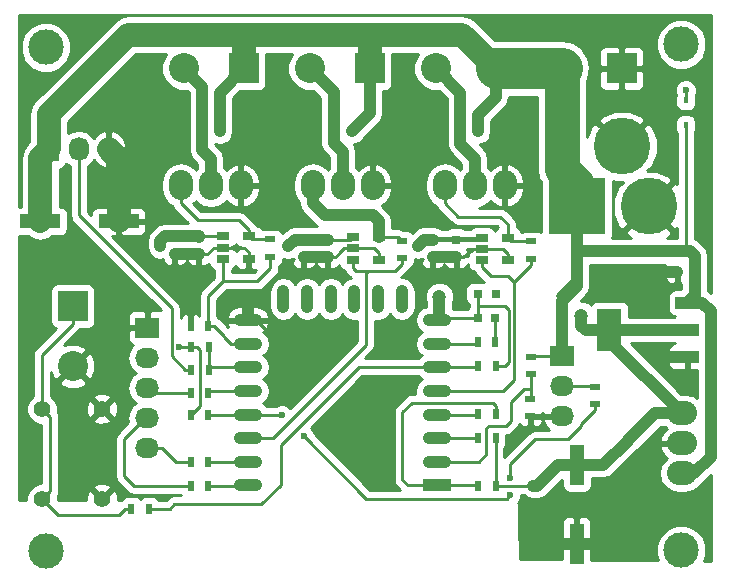
<source format=gbr>
G04 #@! TF.FileFunction,Copper,L1,Top,Signal*
%FSLAX46Y46*%
G04 Gerber Fmt 4.6, Leading zero omitted, Abs format (unit mm)*
G04 Created by KiCad (PCBNEW (2015-09-03 BZR 6154)-product) date 2015 September 07, Monday 13:00:52*
%MOMM*%
G01*
G04 APERTURE LIST*
%ADD10C,0.100000*%
%ADD11R,1.198880X3.395980*%
%ADD12R,0.800000X0.750000*%
%ADD13R,0.750000X0.800000*%
%ADD14R,3.395980X1.198880*%
%ADD15C,4.800600*%
%ADD16R,4.800600X4.800600*%
%ADD17R,0.797560X0.797560*%
%ADD18R,2.540000X2.540000*%
%ADD19C,2.540000*%
%ADD20R,2.032000X1.727200*%
%ADD21O,2.032000X1.727200*%
%ADD22R,1.727200X2.032000*%
%ADD23O,1.727200X2.032000*%
%ADD24O,2.032000X2.540000*%
%ADD25R,0.500000X0.900000*%
%ADD26R,0.900000X0.500000*%
%ADD27C,1.397000*%
%ADD28O,1.100000X2.400000*%
%ADD29R,2.400000X1.100000*%
%ADD30O,2.400000X1.100000*%
%ADD31R,1.060000X0.650000*%
%ADD32C,2.999740*%
%ADD33R,2.032000X3.657600*%
%ADD34R,2.032000X1.016000*%
%ADD35O,2.540000X2.032000*%
%ADD36R,0.450000X0.590000*%
%ADD37C,0.600000*%
%ADD38C,1.400000*%
%ADD39C,1.200000*%
%ADD40C,0.250000*%
%ADD41C,0.254000*%
%ADD42C,1.000000*%
%ADD43C,2.000000*%
%ADD44C,3.000000*%
%ADD45C,0.500000*%
%ADD46C,3.500000*%
G04 APERTURE END LIST*
D10*
D11*
X202438000Y-117441980D03*
X202438000Y-110794800D03*
D12*
X210933600Y-94437200D03*
X212433600Y-94437200D03*
X195555300Y-96304100D03*
X194055300Y-96304100D03*
D13*
X192214500Y-93206000D03*
X192214500Y-91706000D03*
X181356000Y-93206000D03*
X181356000Y-91706000D03*
X168402000Y-92940000D03*
X168402000Y-91440000D03*
X190246000Y-93206000D03*
X190246000Y-91706000D03*
X179324000Y-93206000D03*
X179324000Y-91706000D03*
X170434000Y-92952000D03*
X170434000Y-91452000D03*
D12*
X192556000Y-82550000D03*
X194056000Y-82550000D03*
X181864000Y-82550000D03*
X183364000Y-82550000D03*
X170700000Y-82550000D03*
X172200000Y-82550000D03*
D14*
X163669980Y-90170000D03*
X157022800Y-90170000D03*
D15*
X208534000Y-88900000D03*
D16*
X202438000Y-88900000D03*
D15*
X206248000Y-83820000D03*
D17*
X194056000Y-98336100D03*
X195554600Y-98336100D03*
D18*
X159766000Y-97345500D03*
D19*
X159766000Y-102425500D03*
D18*
X206248000Y-77216000D03*
D19*
X201168000Y-77216000D03*
D20*
X166065200Y-99187000D03*
D21*
X166065200Y-101727000D03*
X166065200Y-104267000D03*
X166065200Y-106807000D03*
X166065200Y-109347000D03*
D20*
X201168000Y-101600000D03*
D21*
X201168000Y-104140000D03*
X201168000Y-106680000D03*
D22*
X157734000Y-84074000D03*
D23*
X160274000Y-84074000D03*
X162814000Y-84074000D03*
D18*
X195580000Y-77216000D03*
D19*
X190500000Y-77216000D03*
D18*
X184912000Y-77216000D03*
D19*
X179832000Y-77216000D03*
D18*
X174244000Y-77216000D03*
D19*
X169164000Y-77216000D03*
D24*
X193802000Y-87122000D03*
X196342000Y-87122000D03*
X191262000Y-87122000D03*
X182626000Y-87122000D03*
X185166000Y-87122000D03*
X180086000Y-87122000D03*
X171450000Y-87122000D03*
X173990000Y-87122000D03*
X168910000Y-87122000D03*
D25*
X169785600Y-100838000D03*
X171285600Y-100838000D03*
X169746800Y-99009200D03*
X171246800Y-99009200D03*
X169747500Y-104686100D03*
X171247500Y-104686100D03*
X169747500Y-110528100D03*
X171247500Y-110528100D03*
X169747500Y-112560100D03*
X171247500Y-112560100D03*
X164710680Y-114498120D03*
X166210680Y-114498120D03*
X195555300Y-106464100D03*
X194055300Y-106464100D03*
X194055300Y-112560100D03*
X195555300Y-112560100D03*
X195543300Y-100368100D03*
X194043300Y-100368100D03*
X195555300Y-102400100D03*
X194055300Y-102400100D03*
X195567300Y-108496100D03*
X194067300Y-108496100D03*
D26*
X203962000Y-104152000D03*
X203962000Y-105652000D03*
X198602600Y-91858400D03*
X198602600Y-93358400D03*
X187604400Y-91807600D03*
X187604400Y-93307600D03*
X176504600Y-91680600D03*
X176504600Y-93180600D03*
D27*
X162242500Y-113665000D03*
X157162500Y-113665000D03*
X162242500Y-106045000D03*
X157162500Y-106045000D03*
D28*
X187600500Y-96769899D03*
X185600500Y-96769899D03*
X183600500Y-96769899D03*
X181600500Y-96769899D03*
X179600500Y-96769899D03*
X177600500Y-96769899D03*
D29*
X190590500Y-112519899D03*
D30*
X190590500Y-110519899D03*
X190590500Y-108519899D03*
X190590500Y-106519899D03*
X190590500Y-104519899D03*
X190590500Y-102519899D03*
X190590500Y-100519899D03*
X190590500Y-98519899D03*
X174590500Y-98519899D03*
X174590500Y-100519899D03*
X174590500Y-102519899D03*
X174590500Y-104519899D03*
X174590500Y-106519899D03*
X174590500Y-108519899D03*
X174590500Y-110519899D03*
X174590500Y-112519899D03*
D31*
X194396000Y-91569500D03*
X194396000Y-92519500D03*
X194396000Y-93469500D03*
X196596000Y-93469500D03*
X196596000Y-91569500D03*
X183474000Y-91506000D03*
X183474000Y-92456000D03*
X183474000Y-93406000D03*
X185674000Y-93406000D03*
X185674000Y-91506000D03*
X172466000Y-91440000D03*
X172466000Y-92390000D03*
X172466000Y-93340000D03*
X174666000Y-93340000D03*
X174666000Y-91440000D03*
D32*
X211277200Y-118008400D03*
X157480000Y-75438000D03*
X157480000Y-118110000D03*
X211277200Y-75184000D03*
D33*
X205206600Y-99364800D03*
D34*
X211810600Y-99364800D03*
X211810600Y-97078800D03*
X211810600Y-101650800D03*
D35*
X211328000Y-108966000D03*
X211328000Y-106426000D03*
X211328000Y-111506000D03*
D25*
X169734800Y-106553000D03*
X171234800Y-106553000D03*
X169785600Y-102717600D03*
X171285600Y-102717600D03*
D36*
X211658200Y-82030200D03*
X211658200Y-79920200D03*
D26*
X198526400Y-101612000D03*
X198526400Y-103112000D03*
X198501000Y-105168000D03*
X198501000Y-106668000D03*
D37*
X183951880Y-107640120D03*
X182976520Y-106255919D03*
X178572160Y-101851559D03*
X177878641Y-101158040D03*
X169519600Y-97790000D03*
X191262000Y-93167200D03*
X169444924Y-92940000D03*
X180319516Y-93206000D03*
X173329600Y-96443800D03*
X174269400Y-96418400D03*
D38*
X204597000Y-117475000D03*
X200703180Y-117441980D03*
X209270600Y-94488000D03*
X209270600Y-101625400D03*
D37*
X188966420Y-92278200D03*
X177983136Y-92278200D03*
X167182800Y-92278200D03*
X168757600Y-100812600D03*
D39*
X190804800Y-96545400D03*
X202819000Y-98145600D03*
D37*
X211658200Y-79070200D03*
X177495200Y-106603800D03*
X179324000Y-108331000D03*
X196799200Y-113334800D03*
X196799200Y-111887000D03*
D40*
X177878641Y-101158040D02*
X178572160Y-101851559D01*
X174590500Y-98519899D02*
X175240500Y-98519899D01*
X175240500Y-98519899D02*
X177878641Y-101158040D01*
D41*
X169746800Y-98017200D02*
X169519600Y-97790000D01*
X169746800Y-99009200D02*
X169746800Y-98017200D01*
X198501000Y-106668000D02*
X201156000Y-106668000D01*
X201156000Y-106668000D02*
X201168000Y-106680000D01*
X192214500Y-93206000D02*
X192843500Y-93206000D01*
X192843500Y-93206000D02*
X193530000Y-92519500D01*
X193530000Y-92519500D02*
X194396000Y-92519500D01*
D42*
X191262000Y-93167200D02*
X192175700Y-93167200D01*
X192175700Y-93167200D02*
X192214500Y-93206000D01*
X190246000Y-93206000D02*
X191223200Y-93206000D01*
X191223200Y-93206000D02*
X191262000Y-93167200D01*
X169444924Y-92940000D02*
X170422000Y-92940000D01*
X170422000Y-92940000D02*
X170434000Y-92952000D01*
X168402000Y-92940000D02*
X169444924Y-92940000D01*
X180319516Y-93206000D02*
X181356000Y-93206000D01*
X179324000Y-93206000D02*
X180319516Y-93206000D01*
D41*
X172466000Y-92390000D02*
X173294000Y-92390000D01*
D42*
X173329600Y-96443800D02*
X174244000Y-96443800D01*
X174244000Y-96443800D02*
X174269400Y-96418400D01*
X174523400Y-96902799D02*
X174523400Y-96672400D01*
X174523400Y-96672400D02*
X174269400Y-96418400D01*
X174590500Y-98519899D02*
X174590500Y-96969899D01*
X174590500Y-96969899D02*
X174523400Y-96902799D01*
D43*
X163669980Y-90170000D02*
X163669980Y-84929980D01*
X163669980Y-84929980D02*
X162814000Y-84074000D01*
D40*
X183474000Y-92456000D02*
X185299000Y-92456000D01*
X185299000Y-92456000D02*
X185674000Y-92831000D01*
X185674000Y-92831000D02*
X185674000Y-93406000D01*
X182295800Y-92891200D02*
X182295800Y-92854200D01*
X182295800Y-92854200D02*
X182694000Y-92456000D01*
X182694000Y-92456000D02*
X183474000Y-92456000D01*
X181356000Y-93206000D02*
X181981000Y-93206000D01*
X181981000Y-93206000D02*
X182295800Y-92891200D01*
X172466000Y-92390000D02*
X174291000Y-92390000D01*
X174291000Y-92390000D02*
X174666000Y-92765000D01*
X174666000Y-92765000D02*
X174666000Y-93340000D01*
X172466000Y-92390000D02*
X171686000Y-92390000D01*
X171686000Y-92390000D02*
X171124000Y-92952000D01*
X171124000Y-92952000D02*
X170434000Y-92952000D01*
D42*
X203715620Y-117441980D02*
X203748640Y-117475000D01*
X203748640Y-117475000D02*
X204597000Y-117475000D01*
X202438000Y-117441980D02*
X203715620Y-117441980D01*
X202438000Y-117441980D02*
X200703180Y-117441980D01*
X210933600Y-94437200D02*
X209321400Y-94437200D01*
X209321400Y-94437200D02*
X209270600Y-94488000D01*
X211810600Y-101650800D02*
X209296000Y-101650800D01*
X209296000Y-101650800D02*
X209270600Y-101625400D01*
D41*
X196596000Y-93469500D02*
X196596000Y-92890500D01*
X196596000Y-92890500D02*
X196225000Y-92519500D01*
X196225000Y-92519500D02*
X194396000Y-92519500D01*
X201168000Y-101600000D02*
X198538400Y-101600000D01*
X198538400Y-101600000D02*
X198526400Y-101612000D01*
D44*
X202438000Y-86969600D02*
X201168000Y-85699600D01*
X201168000Y-85699600D02*
X201168000Y-77216000D01*
X202438000Y-88900000D02*
X202438000Y-86969600D01*
D42*
X172200000Y-82550000D02*
X172200000Y-79260000D01*
X172200000Y-79260000D02*
X174244000Y-77216000D01*
X194056000Y-82550000D02*
X194056000Y-81175000D01*
X194056000Y-81175000D02*
X195580000Y-79651000D01*
X195580000Y-79651000D02*
X195580000Y-77216000D01*
X184912000Y-77216000D02*
X184912000Y-81002000D01*
X184912000Y-81002000D02*
X183364000Y-82550000D01*
X168402000Y-91440000D02*
X170422000Y-91440000D01*
X170422000Y-91440000D02*
X170434000Y-91452000D01*
X179324000Y-91706000D02*
X181356000Y-91706000D01*
D41*
X181356000Y-91706000D02*
X183274000Y-91706000D01*
X183274000Y-91706000D02*
X183474000Y-91506000D01*
X192214500Y-91706000D02*
X194259500Y-91706000D01*
X194259500Y-91706000D02*
X194396000Y-91569500D01*
X190246000Y-91706000D02*
X192214500Y-91706000D01*
D42*
X190246000Y-91706000D02*
X189538620Y-91706000D01*
X189538620Y-91706000D02*
X188966420Y-92278200D01*
X179324000Y-91706000D02*
X178555336Y-91706000D01*
X178555336Y-91706000D02*
X177983136Y-92278200D01*
X168402000Y-91440000D02*
X167538400Y-91440000D01*
X167538400Y-91440000D02*
X167182800Y-91795600D01*
X167182800Y-91795600D02*
X167182800Y-92278200D01*
X212064600Y-92693200D02*
X211173613Y-92693200D01*
D41*
X211658200Y-92208613D02*
X211173613Y-92693200D01*
D42*
X211173613Y-92693200D02*
X202830900Y-92693200D01*
D41*
X211658200Y-82030200D02*
X211658200Y-92208613D01*
D43*
X157022800Y-90170000D02*
X157022800Y-84785200D01*
X157022800Y-84785200D02*
X157734000Y-84074000D01*
D42*
X202438000Y-95631000D02*
X202438000Y-94980480D01*
X202438000Y-94980480D02*
X202438000Y-91463744D01*
D45*
X200949280Y-96469200D02*
X202438000Y-94980480D01*
D40*
X179324000Y-91706000D02*
X183274000Y-91706000D01*
X168402000Y-91440000D02*
X172466000Y-91440000D01*
D42*
X202438000Y-92300300D02*
X202438000Y-91463744D01*
X202438000Y-91463744D02*
X202438000Y-88900000D01*
X201168000Y-96901000D02*
X202438000Y-95631000D01*
X201168000Y-101600000D02*
X201168000Y-96901000D01*
X202830900Y-92693200D02*
X202438000Y-92300300D01*
X212433600Y-94437200D02*
X212433600Y-93062200D01*
X212433600Y-93062200D02*
X212064600Y-92693200D01*
X212445600Y-96443800D02*
X212433600Y-96431800D01*
X212433600Y-96431800D02*
X212433600Y-94437200D01*
X211810600Y-97078800D02*
X212445600Y-96443800D01*
X211328000Y-111506000D02*
X212344000Y-111506000D01*
X212344000Y-111506000D02*
X213766400Y-110083600D01*
X213766400Y-110083600D02*
X213766400Y-97764600D01*
X213766400Y-97764600D02*
X213080600Y-97078800D01*
X213080600Y-97078800D02*
X211810600Y-97078800D01*
D41*
X194396000Y-91569500D02*
X190382500Y-91569500D01*
X190382500Y-91569500D02*
X190246000Y-91706000D01*
D43*
X164465246Y-74358254D02*
X174233650Y-74358254D01*
X174233650Y-74358254D02*
X184355227Y-74358254D01*
X174244000Y-77216000D02*
X174244000Y-74368604D01*
X174244000Y-74368604D02*
X174233650Y-74358254D01*
X184355227Y-74358254D02*
X191297856Y-74358254D01*
X184912000Y-77216000D02*
X184912000Y-74915027D01*
X184912000Y-74915027D02*
X184355227Y-74358254D01*
X191310802Y-74371200D02*
X192735200Y-74371200D01*
X192735200Y-74371200D02*
X195580000Y-77216000D01*
X191297856Y-74358254D02*
X191310802Y-74371200D01*
X158210000Y-80613500D02*
X164465246Y-74358254D01*
X158178500Y-80613500D02*
X158210000Y-80613500D01*
X157734000Y-84074000D02*
X157734000Y-81058000D01*
X157734000Y-81058000D02*
X158178500Y-80613500D01*
D46*
X201168000Y-77216000D02*
X195580000Y-77216000D01*
D41*
X168757600Y-100812600D02*
X169760200Y-100812600D01*
X169760200Y-100812600D02*
X169785600Y-100838000D01*
D42*
X190804800Y-96545400D02*
X190804800Y-98305599D01*
X190804800Y-98305599D02*
X190590500Y-98519899D01*
X202819000Y-98993200D02*
X202819000Y-98145600D01*
X205206600Y-99364800D02*
X203190600Y-99364800D01*
X203190600Y-99364800D02*
X202819000Y-98993200D01*
D40*
X169734800Y-106553000D02*
X169734800Y-106541000D01*
X169734800Y-106541000D02*
X170510200Y-105765600D01*
X170510200Y-105765600D02*
X170510200Y-101062600D01*
X170510200Y-101062600D02*
X170285600Y-100838000D01*
X170285600Y-100838000D02*
X169785600Y-100838000D01*
D42*
X206772000Y-108721400D02*
X204698600Y-110794800D01*
X204698600Y-110794800D02*
X202438000Y-110794800D01*
X206772000Y-108712000D02*
X206772000Y-108721400D01*
X211328000Y-106426000D02*
X209058000Y-106426000D01*
X209058000Y-106426000D02*
X206772000Y-108712000D01*
D40*
X195555300Y-112560100D02*
X198753424Y-112560100D01*
D42*
X202438000Y-110794800D02*
X200838560Y-110794800D01*
X200838560Y-110794800D02*
X199073260Y-112560100D01*
X199073260Y-112560100D02*
X198753424Y-112560100D01*
X205206600Y-99364800D02*
X205206600Y-100304600D01*
X205206600Y-100304600D02*
X211328000Y-106426000D01*
X211810600Y-99364800D02*
X205206600Y-99364800D01*
D40*
X211328000Y-106426000D02*
X211074000Y-106426000D01*
X211074000Y-106426000D02*
X205206600Y-100558600D01*
X205206600Y-100558600D02*
X205206600Y-99364800D01*
X195555300Y-112560100D02*
X195555300Y-108508100D01*
X195555300Y-108508100D02*
X195567300Y-108496100D01*
D41*
X194056000Y-97361026D02*
X196370226Y-97361026D01*
X196675390Y-102054010D02*
X196329300Y-102400100D01*
X196370226Y-97361026D02*
X196675390Y-97666190D01*
X196675390Y-97666190D02*
X196675390Y-102054010D01*
X196329300Y-102400100D02*
X195555300Y-102400100D01*
X194056000Y-97361026D02*
X194056000Y-96304800D01*
X194056000Y-98336100D02*
X194056000Y-97361026D01*
X194056000Y-96304800D02*
X194055300Y-96304100D01*
X194056000Y-98336100D02*
X190774299Y-98336100D01*
X190774299Y-98336100D02*
X190590500Y-98519899D01*
D42*
X192556000Y-82550000D02*
X192556000Y-79272000D01*
X192556000Y-79272000D02*
X190500000Y-77216000D01*
X193802000Y-87122000D02*
X193802000Y-84852000D01*
X193802000Y-84852000D02*
X192556000Y-83606000D01*
X192556000Y-83606000D02*
X192556000Y-82550000D01*
X182626000Y-87122000D02*
X182626000Y-84287541D01*
X182626000Y-84287541D02*
X181864000Y-83525541D01*
X181864000Y-83525541D02*
X181864000Y-82550000D01*
X181864000Y-82550000D02*
X181864000Y-79248000D01*
X181864000Y-79248000D02*
X179832000Y-77216000D01*
X170700000Y-82550000D02*
X170700000Y-78752000D01*
X170700000Y-78752000D02*
X169164000Y-77216000D01*
X171450000Y-87122000D02*
X171450000Y-84852000D01*
X171450000Y-84852000D02*
X170700000Y-84102000D01*
X170700000Y-84102000D02*
X170700000Y-82550000D01*
D41*
X195543300Y-100368100D02*
X195543300Y-98347400D01*
X195543300Y-98347400D02*
X195554600Y-98336100D01*
D40*
X163712840Y-114995960D02*
X158493460Y-114995960D01*
X158493460Y-114995960D02*
X157162500Y-113665000D01*
X164710680Y-114498120D02*
X164210680Y-114498120D01*
X164210680Y-114498120D02*
X163712840Y-114995960D01*
X157124400Y-105019072D02*
X157124400Y-101507100D01*
X157124400Y-101507100D02*
X159766000Y-98865500D01*
X159766000Y-98865500D02*
X159766000Y-97345500D01*
X157162500Y-106045000D02*
X157162500Y-105057172D01*
X157162500Y-105057172D02*
X157124400Y-105019072D01*
X157162500Y-113665000D02*
X157860999Y-112966501D01*
X157860999Y-112966501D02*
X157860999Y-106743499D01*
X157860999Y-106743499D02*
X157162500Y-106045000D01*
D41*
X211658200Y-79920200D02*
X211658200Y-79070200D01*
X211658200Y-79070200D02*
X211658200Y-79857600D01*
D40*
X169747500Y-104686100D02*
X166484300Y-104686100D01*
X166484300Y-104686100D02*
X166065200Y-104267000D01*
X169747500Y-112560100D02*
X164934900Y-112560100D01*
X164934900Y-112560100D02*
X164134800Y-111760000D01*
X164134800Y-108585000D02*
X164134800Y-111760000D01*
X166065200Y-106807000D02*
X165912800Y-106807000D01*
X165912800Y-106807000D02*
X164134800Y-108585000D01*
X166065200Y-109347000D02*
X167331200Y-109347000D01*
X167331200Y-109347000D02*
X168512300Y-110528100D01*
X168512300Y-110528100D02*
X169747500Y-110528100D01*
D41*
X201168000Y-104140000D02*
X203950000Y-104140000D01*
X203950000Y-104140000D02*
X203962000Y-104152000D01*
X198602600Y-91858400D02*
X196884900Y-91858400D01*
X196884900Y-91858400D02*
X196596000Y-91569500D01*
X195961000Y-89763600D02*
X196596000Y-90398600D01*
X196596000Y-90398600D02*
X196596000Y-91569500D01*
X192379600Y-89763600D02*
X195961000Y-89763600D01*
X191262000Y-88646000D02*
X192379600Y-89763600D01*
X191262000Y-87122000D02*
X191262000Y-88646000D01*
D40*
X185674000Y-91506000D02*
X187302800Y-91506000D01*
X187302800Y-91506000D02*
X187604400Y-91807600D01*
D42*
X180086000Y-87122000D02*
X180086000Y-88646000D01*
X180086000Y-88646000D02*
X181102000Y-89662000D01*
X181102000Y-89662000D02*
X185166000Y-89662000D01*
X185166000Y-89662000D02*
X185674000Y-90170000D01*
X185674000Y-90170000D02*
X185674000Y-91506000D01*
D40*
X170332400Y-90068400D02*
X168910000Y-88646000D01*
X168910000Y-88646000D02*
X168910000Y-87122000D01*
X173869400Y-90068400D02*
X170332400Y-90068400D01*
X174666000Y-91440000D02*
X174666000Y-90865000D01*
X174666000Y-90865000D02*
X173869400Y-90068400D01*
X176504600Y-91680600D02*
X174906600Y-91680600D01*
X174906600Y-91680600D02*
X174666000Y-91440000D01*
X175387000Y-95250000D02*
X176504600Y-94132400D01*
X176504600Y-94132400D02*
X176504600Y-93180600D01*
X172466000Y-95250000D02*
X175387000Y-95250000D01*
X171246800Y-96469200D02*
X172466000Y-95250000D01*
X172466000Y-95250000D02*
X172466000Y-93340000D01*
X171246800Y-99009200D02*
X171246800Y-96469200D01*
X172593000Y-99972399D02*
X172593000Y-99855400D01*
X172593000Y-99855400D02*
X171746800Y-99009200D01*
X171746800Y-99009200D02*
X171246800Y-99009200D01*
X174590500Y-100519899D02*
X173140500Y-100519899D01*
X173140500Y-100519899D02*
X172593000Y-99972399D01*
X174590500Y-104519899D02*
X171413701Y-104519899D01*
X171413701Y-104519899D02*
X171247500Y-104686100D01*
X171247500Y-110528100D02*
X174582299Y-110528100D01*
X174582299Y-110528100D02*
X174590500Y-110519899D01*
X171247500Y-112560100D02*
X174550299Y-112560100D01*
X174550299Y-112560100D02*
X174590500Y-112519899D01*
X168376600Y-114096800D02*
X167975280Y-114498120D01*
X167975280Y-114498120D02*
X166210680Y-114498120D01*
X175742600Y-114096800D02*
X168376600Y-114096800D01*
X177368200Y-112471200D02*
X175742600Y-114096800D01*
X177368200Y-109118400D02*
X177368200Y-112471200D01*
X183966701Y-102519899D02*
X177368200Y-109118400D01*
X190590500Y-102519899D02*
X183966701Y-102519899D01*
D41*
X190590500Y-102519899D02*
X193935501Y-102519899D01*
X193935501Y-102519899D02*
X194055300Y-102400100D01*
D40*
X190590500Y-112519899D02*
X194015099Y-112519899D01*
X194015099Y-112519899D02*
X194055300Y-112560100D01*
X187680600Y-112039400D02*
X188161099Y-112519899D01*
X188161099Y-112519899D02*
X190590500Y-112519899D01*
X187680600Y-106324400D02*
X187680600Y-112039400D01*
X188493400Y-105511600D02*
X187680600Y-106324400D01*
X195302800Y-105511600D02*
X188493400Y-105511600D01*
X195555300Y-106464100D02*
X195555300Y-105764100D01*
X195555300Y-105764100D02*
X195302800Y-105511600D01*
X190590500Y-106519899D02*
X193999501Y-106519899D01*
X193999501Y-106519899D02*
X194055300Y-106464100D01*
D41*
X190590500Y-100519899D02*
X193891501Y-100519899D01*
X193891501Y-100519899D02*
X194043300Y-100368100D01*
D40*
X194067300Y-108496100D02*
X190614299Y-108496100D01*
X190614299Y-108496100D02*
X190590500Y-108519899D01*
D41*
X177495200Y-106603800D02*
X174674401Y-106603800D01*
X174674401Y-106603800D02*
X174590500Y-106519899D01*
X184627799Y-113634799D02*
X179324000Y-108331000D01*
X196799200Y-113334800D02*
X196499201Y-113634799D01*
X196499201Y-113634799D02*
X184627799Y-113634799D01*
X198882000Y-108610400D02*
X196799200Y-110693200D01*
X196799200Y-110693200D02*
X196799200Y-111887000D01*
X201726800Y-108610400D02*
X198882000Y-108610400D01*
X202819000Y-107518200D02*
X201726800Y-108610400D01*
X202819000Y-107299000D02*
X202819000Y-107518200D01*
X203962000Y-105652000D02*
X203962000Y-106156000D01*
X203962000Y-106156000D02*
X202819000Y-107299000D01*
D40*
X171234800Y-106553000D02*
X174557399Y-106553000D01*
X174557399Y-106553000D02*
X174590500Y-106519899D01*
D41*
X190590500Y-104519899D02*
X196216101Y-104519899D01*
X196216101Y-104519899D02*
X197129400Y-103606600D01*
X198374000Y-94056200D02*
X198408800Y-94056200D01*
X198408800Y-94056200D02*
X198602600Y-93862400D01*
X198602600Y-93862400D02*
X198602600Y-93358400D01*
X197129400Y-95300800D02*
X198374000Y-94056200D01*
X197129400Y-103606600D02*
X196303900Y-104432100D01*
X197129400Y-95300800D02*
X197129400Y-103606600D01*
X196646800Y-94818200D02*
X197129400Y-95300800D01*
X195165700Y-94818200D02*
X196646800Y-94818200D01*
X194396000Y-93469500D02*
X194396000Y-94048500D01*
X194396000Y-94048500D02*
X195165700Y-94818200D01*
D40*
X184581800Y-100634800D02*
X176696701Y-108519899D01*
X176696701Y-108519899D02*
X174590500Y-108519899D01*
X184581800Y-94549669D02*
X184581800Y-100634800D01*
X184770469Y-94361000D02*
X187051000Y-94361000D01*
X183743600Y-94361000D02*
X184770469Y-94361000D01*
X184770469Y-94361000D02*
X184581800Y-94549669D01*
X183474000Y-93406000D02*
X183474000Y-94091400D01*
X183474000Y-94091400D02*
X183743600Y-94361000D01*
X187051000Y-94361000D02*
X187604400Y-93807600D01*
X187604400Y-93807600D02*
X187604400Y-93307600D01*
D41*
X194792600Y-109905800D02*
X194178501Y-110519899D01*
X194178501Y-110519899D02*
X190590500Y-110519899D01*
X194792600Y-107696000D02*
X194792600Y-109905800D01*
X194970400Y-107518200D02*
X194792600Y-107696000D01*
X196443600Y-107518200D02*
X194970400Y-107518200D01*
X196850000Y-107111800D02*
X196443600Y-107518200D01*
X196850000Y-105435400D02*
X196850000Y-107111800D01*
X197926747Y-104358653D02*
X196850000Y-105435400D01*
X198526400Y-104358653D02*
X198526400Y-105142600D01*
X198526400Y-103112000D02*
X198526400Y-104358653D01*
X198526400Y-104358653D02*
X197926747Y-104358653D01*
X198526400Y-105142600D02*
X198501000Y-105168000D01*
D40*
X160274000Y-85340000D02*
X160274000Y-84074000D01*
X168132599Y-97515051D02*
X160274000Y-89656452D01*
X168132599Y-101564599D02*
X168132599Y-97515051D01*
X169285600Y-102717600D02*
X168132599Y-101564599D01*
X169785600Y-102717600D02*
X169285600Y-102717600D01*
X160274000Y-89656452D02*
X160274000Y-85340000D01*
X171285600Y-102717600D02*
X171285600Y-100838000D01*
X174590500Y-102519899D02*
X171483301Y-102519899D01*
X171483301Y-102519899D02*
X171285600Y-102717600D01*
D41*
G36*
X209869246Y-107593433D02*
X210043781Y-107710054D01*
X209816764Y-107888370D01*
X209500074Y-108451523D01*
X209468025Y-108583056D01*
X209587164Y-108839000D01*
X211201000Y-108839000D01*
X211201000Y-108819000D01*
X211455000Y-108819000D01*
X211455000Y-108839000D01*
X211475000Y-108839000D01*
X211475000Y-109093000D01*
X211455000Y-109093000D01*
X211455000Y-109113000D01*
X211201000Y-109113000D01*
X211201000Y-109093000D01*
X209587164Y-109093000D01*
X209468025Y-109348944D01*
X209500074Y-109480477D01*
X209816764Y-110043630D01*
X210043781Y-110221946D01*
X209869246Y-110338567D01*
X209511354Y-110874190D01*
X209385679Y-111506000D01*
X209511354Y-112137810D01*
X209869246Y-112673433D01*
X210404869Y-113031325D01*
X211036679Y-113157000D01*
X211619321Y-113157000D01*
X212251131Y-113031325D01*
X212786754Y-112673433D01*
X212936976Y-112448609D01*
X213146566Y-112308566D01*
X213790000Y-111665132D01*
X213790000Y-118899264D01*
X213220978Y-118894222D01*
X213411699Y-118434915D01*
X213412440Y-117585611D01*
X213088110Y-116800673D01*
X212488086Y-116199600D01*
X211703715Y-115873901D01*
X210854411Y-115873160D01*
X210069473Y-116197490D01*
X209468400Y-116797514D01*
X209142701Y-117581885D01*
X209141960Y-118431189D01*
X209318996Y-118859649D01*
X203672440Y-118809618D01*
X203672440Y-117727730D01*
X203513690Y-117568980D01*
X202565000Y-117568980D01*
X202565000Y-117588980D01*
X202311000Y-117588980D01*
X202311000Y-117568980D01*
X201362310Y-117568980D01*
X201203560Y-117727730D01*
X201203560Y-118787743D01*
X197648843Y-118756247D01*
X197552731Y-115617681D01*
X201203560Y-115617681D01*
X201203560Y-117156230D01*
X201362310Y-117314980D01*
X202311000Y-117314980D01*
X202311000Y-115267740D01*
X202565000Y-115267740D01*
X202565000Y-117314980D01*
X203513690Y-117314980D01*
X203672440Y-117156230D01*
X203672440Y-115617681D01*
X203575767Y-115384292D01*
X203397139Y-115205663D01*
X203163750Y-115108990D01*
X202723750Y-115108990D01*
X202565000Y-115267740D01*
X202311000Y-115267740D01*
X202152250Y-115108990D01*
X201712250Y-115108990D01*
X201478861Y-115205663D01*
X201300233Y-115384292D01*
X201203560Y-115617681D01*
X197552731Y-115617681D01*
X197505260Y-114067513D01*
X197493747Y-114018432D01*
X197470187Y-113986121D01*
X197591392Y-113865127D01*
X197734038Y-113521599D01*
X197734214Y-113320100D01*
X197922416Y-113320100D01*
X197950858Y-113362666D01*
X198319078Y-113608703D01*
X198753424Y-113695100D01*
X199073260Y-113695100D01*
X199507606Y-113608703D01*
X199875826Y-113362666D01*
X201191120Y-112047372D01*
X201191120Y-112492790D01*
X201235398Y-112728107D01*
X201374470Y-112944231D01*
X201586670Y-113089221D01*
X201838560Y-113140230D01*
X203037440Y-113140230D01*
X203272757Y-113095952D01*
X203488881Y-112956880D01*
X203633871Y-112744680D01*
X203684880Y-112492790D01*
X203684880Y-111929800D01*
X204698600Y-111929800D01*
X205132946Y-111843403D01*
X205501166Y-111597366D01*
X207574566Y-109523966D01*
X207593495Y-109495637D01*
X209528132Y-107561000D01*
X209847575Y-107561000D01*
X209869246Y-107593433D01*
X209869246Y-107593433D01*
G37*
X209869246Y-107593433D02*
X210043781Y-107710054D01*
X209816764Y-107888370D01*
X209500074Y-108451523D01*
X209468025Y-108583056D01*
X209587164Y-108839000D01*
X211201000Y-108839000D01*
X211201000Y-108819000D01*
X211455000Y-108819000D01*
X211455000Y-108839000D01*
X211475000Y-108839000D01*
X211475000Y-109093000D01*
X211455000Y-109093000D01*
X211455000Y-109113000D01*
X211201000Y-109113000D01*
X211201000Y-109093000D01*
X209587164Y-109093000D01*
X209468025Y-109348944D01*
X209500074Y-109480477D01*
X209816764Y-110043630D01*
X210043781Y-110221946D01*
X209869246Y-110338567D01*
X209511354Y-110874190D01*
X209385679Y-111506000D01*
X209511354Y-112137810D01*
X209869246Y-112673433D01*
X210404869Y-113031325D01*
X211036679Y-113157000D01*
X211619321Y-113157000D01*
X212251131Y-113031325D01*
X212786754Y-112673433D01*
X212936976Y-112448609D01*
X213146566Y-112308566D01*
X213790000Y-111665132D01*
X213790000Y-118899264D01*
X213220978Y-118894222D01*
X213411699Y-118434915D01*
X213412440Y-117585611D01*
X213088110Y-116800673D01*
X212488086Y-116199600D01*
X211703715Y-115873901D01*
X210854411Y-115873160D01*
X210069473Y-116197490D01*
X209468400Y-116797514D01*
X209142701Y-117581885D01*
X209141960Y-118431189D01*
X209318996Y-118859649D01*
X203672440Y-118809618D01*
X203672440Y-117727730D01*
X203513690Y-117568980D01*
X202565000Y-117568980D01*
X202565000Y-117588980D01*
X202311000Y-117588980D01*
X202311000Y-117568980D01*
X201362310Y-117568980D01*
X201203560Y-117727730D01*
X201203560Y-118787743D01*
X197648843Y-118756247D01*
X197552731Y-115617681D01*
X201203560Y-115617681D01*
X201203560Y-117156230D01*
X201362310Y-117314980D01*
X202311000Y-117314980D01*
X202311000Y-115267740D01*
X202565000Y-115267740D01*
X202565000Y-117314980D01*
X203513690Y-117314980D01*
X203672440Y-117156230D01*
X203672440Y-115617681D01*
X203575767Y-115384292D01*
X203397139Y-115205663D01*
X203163750Y-115108990D01*
X202723750Y-115108990D01*
X202565000Y-115267740D01*
X202311000Y-115267740D01*
X202152250Y-115108990D01*
X201712250Y-115108990D01*
X201478861Y-115205663D01*
X201300233Y-115384292D01*
X201203560Y-115617681D01*
X197552731Y-115617681D01*
X197505260Y-114067513D01*
X197493747Y-114018432D01*
X197470187Y-113986121D01*
X197591392Y-113865127D01*
X197734038Y-113521599D01*
X197734214Y-113320100D01*
X197922416Y-113320100D01*
X197950858Y-113362666D01*
X198319078Y-113608703D01*
X198753424Y-113695100D01*
X199073260Y-113695100D01*
X199507606Y-113608703D01*
X199875826Y-113362666D01*
X201191120Y-112047372D01*
X201191120Y-112492790D01*
X201235398Y-112728107D01*
X201374470Y-112944231D01*
X201586670Y-113089221D01*
X201838560Y-113140230D01*
X203037440Y-113140230D01*
X203272757Y-113095952D01*
X203488881Y-112956880D01*
X203633871Y-112744680D01*
X203684880Y-112492790D01*
X203684880Y-111929800D01*
X204698600Y-111929800D01*
X205132946Y-111843403D01*
X205501166Y-111597366D01*
X207574566Y-109523966D01*
X207593495Y-109495637D01*
X209528132Y-107561000D01*
X209847575Y-107561000D01*
X209869246Y-107593433D01*
G36*
X159214330Y-85318415D02*
X159514000Y-85518648D01*
X159514000Y-89656452D01*
X159571852Y-89947291D01*
X159736599Y-90193853D01*
X167247860Y-97705114D01*
X167207509Y-97688400D01*
X166350950Y-97688400D01*
X166192200Y-97847150D01*
X166192200Y-99060000D01*
X166212200Y-99060000D01*
X166212200Y-99314000D01*
X166192200Y-99314000D01*
X166192200Y-99334000D01*
X165938200Y-99334000D01*
X165938200Y-99314000D01*
X164572950Y-99314000D01*
X164414200Y-99472750D01*
X164414200Y-100176910D01*
X164510873Y-100410299D01*
X164689502Y-100588927D01*
X164842980Y-100652500D01*
X164820785Y-100667330D01*
X164495929Y-101153511D01*
X164381855Y-101727000D01*
X164495929Y-102300489D01*
X164820785Y-102786670D01*
X165135566Y-102997000D01*
X164820785Y-103207330D01*
X164495929Y-103693511D01*
X164381855Y-104267000D01*
X164495929Y-104840489D01*
X164820785Y-105326670D01*
X165135566Y-105537000D01*
X164820785Y-105747330D01*
X164495929Y-106233511D01*
X164381855Y-106807000D01*
X164457534Y-107187464D01*
X163597399Y-108047599D01*
X163432652Y-108294161D01*
X163374800Y-108585000D01*
X163374800Y-111760000D01*
X163432652Y-112050839D01*
X163597399Y-112297401D01*
X164397499Y-113097501D01*
X164644060Y-113262248D01*
X164934900Y-113320100D01*
X168942395Y-113320100D01*
X168953141Y-113336800D01*
X168376600Y-113336800D01*
X168085760Y-113394652D01*
X167839199Y-113559399D01*
X167660478Y-113738120D01*
X167015785Y-113738120D01*
X166924770Y-113596679D01*
X166712570Y-113451689D01*
X166460680Y-113400680D01*
X165960680Y-113400680D01*
X165725363Y-113444958D01*
X165509239Y-113584030D01*
X165461546Y-113653831D01*
X165424770Y-113596679D01*
X165212570Y-113451689D01*
X164960680Y-113400680D01*
X164460680Y-113400680D01*
X164225363Y-113444958D01*
X164009239Y-113584030D01*
X163864249Y-113796230D01*
X163864077Y-113797080D01*
X163585143Y-113797080D01*
X163559648Y-113327801D01*
X163412300Y-112972071D01*
X163176688Y-112910417D01*
X162422105Y-113665000D01*
X162436248Y-113679143D01*
X162318310Y-113797080D01*
X162166690Y-113797080D01*
X162048753Y-113679143D01*
X162062895Y-113665000D01*
X161308312Y-112910417D01*
X161072700Y-112972071D01*
X160896573Y-113472480D01*
X160914208Y-113797080D01*
X158495885Y-113797080D01*
X158496231Y-113400914D01*
X158485144Y-113374081D01*
X158563147Y-113257340D01*
X158620999Y-112966501D01*
X158620999Y-112730812D01*
X161487917Y-112730812D01*
X162242500Y-113485395D01*
X162997083Y-112730812D01*
X162935429Y-112495200D01*
X162435020Y-112319073D01*
X161905301Y-112347852D01*
X161549571Y-112495200D01*
X161487917Y-112730812D01*
X158620999Y-112730812D01*
X158620999Y-106979188D01*
X161487917Y-106979188D01*
X161549571Y-107214800D01*
X162049980Y-107390927D01*
X162579699Y-107362148D01*
X162935429Y-107214800D01*
X162997083Y-106979188D01*
X162242500Y-106224605D01*
X161487917Y-106979188D01*
X158620999Y-106979188D01*
X158620999Y-106743499D01*
X158563147Y-106452660D01*
X158485420Y-106336333D01*
X158495768Y-106311413D01*
X158496168Y-105852480D01*
X160896573Y-105852480D01*
X160925352Y-106382199D01*
X161072700Y-106737929D01*
X161308312Y-106799583D01*
X162062895Y-106045000D01*
X162422105Y-106045000D01*
X163176688Y-106799583D01*
X163412300Y-106737929D01*
X163588427Y-106237520D01*
X163559648Y-105707801D01*
X163412300Y-105352071D01*
X163176688Y-105290417D01*
X162422105Y-106045000D01*
X162062895Y-106045000D01*
X161308312Y-105290417D01*
X161072700Y-105352071D01*
X160896573Y-105852480D01*
X158496168Y-105852480D01*
X158496231Y-105780914D01*
X158293646Y-105290620D01*
X158114152Y-105110812D01*
X161487917Y-105110812D01*
X162242500Y-105865395D01*
X162997083Y-105110812D01*
X162935429Y-104875200D01*
X162435020Y-104699073D01*
X161905301Y-104727852D01*
X161549571Y-104875200D01*
X161487917Y-105110812D01*
X158114152Y-105110812D01*
X157918853Y-104915173D01*
X157892040Y-104904039D01*
X157884400Y-104865632D01*
X157884400Y-103773277D01*
X158597828Y-103773277D01*
X158729520Y-104068157D01*
X159437036Y-104339761D01*
X160194632Y-104319936D01*
X160802480Y-104068157D01*
X160934172Y-103773277D01*
X159766000Y-102605105D01*
X158597828Y-103773277D01*
X157884400Y-103773277D01*
X157884400Y-102885121D01*
X158123343Y-103461980D01*
X158418223Y-103593672D01*
X159586395Y-102425500D01*
X159945605Y-102425500D01*
X161113777Y-103593672D01*
X161408657Y-103461980D01*
X161680261Y-102754464D01*
X161660436Y-101996868D01*
X161408657Y-101389020D01*
X161113777Y-101257328D01*
X159945605Y-102425500D01*
X159586395Y-102425500D01*
X159572253Y-102411358D01*
X159751858Y-102231753D01*
X159766000Y-102245895D01*
X160934172Y-101077723D01*
X160802480Y-100782843D01*
X160094964Y-100511239D01*
X159337368Y-100531064D01*
X159060595Y-100645707D01*
X160303401Y-99402901D01*
X160396920Y-99262940D01*
X161036000Y-99262940D01*
X161271317Y-99218662D01*
X161487441Y-99079590D01*
X161632431Y-98867390D01*
X161683440Y-98615500D01*
X161683440Y-98197090D01*
X164414200Y-98197090D01*
X164414200Y-98901250D01*
X164572950Y-99060000D01*
X165938200Y-99060000D01*
X165938200Y-97847150D01*
X165779450Y-97688400D01*
X164922891Y-97688400D01*
X164689502Y-97785073D01*
X164510873Y-97963701D01*
X164414200Y-98197090D01*
X161683440Y-98197090D01*
X161683440Y-96075500D01*
X161639162Y-95840183D01*
X161500090Y-95624059D01*
X161287890Y-95479069D01*
X161036000Y-95428060D01*
X158496000Y-95428060D01*
X158260683Y-95472338D01*
X158044559Y-95611410D01*
X157899569Y-95823610D01*
X157848560Y-96075500D01*
X157848560Y-98615500D01*
X157892838Y-98850817D01*
X158031910Y-99066941D01*
X158244110Y-99211931D01*
X158327816Y-99228882D01*
X156586999Y-100969699D01*
X156422252Y-101216261D01*
X156364400Y-101507100D01*
X156364400Y-104957498D01*
X156032673Y-105288647D01*
X155829232Y-105778587D01*
X155828769Y-106309086D01*
X156031354Y-106799380D01*
X156406147Y-107174827D01*
X156896087Y-107378268D01*
X157100999Y-107378447D01*
X157100999Y-112331446D01*
X156898414Y-112331269D01*
X156408120Y-112533854D01*
X156032673Y-112908647D01*
X155829232Y-113398587D01*
X155828884Y-113797080D01*
X155210000Y-113797080D01*
X155210000Y-91393630D01*
X155324810Y-91416880D01*
X156002512Y-91416880D01*
X156397113Y-91680543D01*
X157022800Y-91805000D01*
X157648487Y-91680543D01*
X158043088Y-91416880D01*
X158720790Y-91416880D01*
X158956107Y-91372602D01*
X159172231Y-91233530D01*
X159317221Y-91021330D01*
X159368230Y-90769440D01*
X159368230Y-89570560D01*
X159323952Y-89335243D01*
X159184880Y-89119119D01*
X158972680Y-88974129D01*
X158720790Y-88923120D01*
X158657800Y-88923120D01*
X158657800Y-85726113D01*
X158832917Y-85693162D01*
X159049041Y-85554090D01*
X159194031Y-85341890D01*
X159202400Y-85300561D01*
X159214330Y-85318415D01*
X159214330Y-85318415D01*
G37*
X159214330Y-85318415D02*
X159514000Y-85518648D01*
X159514000Y-89656452D01*
X159571852Y-89947291D01*
X159736599Y-90193853D01*
X167247860Y-97705114D01*
X167207509Y-97688400D01*
X166350950Y-97688400D01*
X166192200Y-97847150D01*
X166192200Y-99060000D01*
X166212200Y-99060000D01*
X166212200Y-99314000D01*
X166192200Y-99314000D01*
X166192200Y-99334000D01*
X165938200Y-99334000D01*
X165938200Y-99314000D01*
X164572950Y-99314000D01*
X164414200Y-99472750D01*
X164414200Y-100176910D01*
X164510873Y-100410299D01*
X164689502Y-100588927D01*
X164842980Y-100652500D01*
X164820785Y-100667330D01*
X164495929Y-101153511D01*
X164381855Y-101727000D01*
X164495929Y-102300489D01*
X164820785Y-102786670D01*
X165135566Y-102997000D01*
X164820785Y-103207330D01*
X164495929Y-103693511D01*
X164381855Y-104267000D01*
X164495929Y-104840489D01*
X164820785Y-105326670D01*
X165135566Y-105537000D01*
X164820785Y-105747330D01*
X164495929Y-106233511D01*
X164381855Y-106807000D01*
X164457534Y-107187464D01*
X163597399Y-108047599D01*
X163432652Y-108294161D01*
X163374800Y-108585000D01*
X163374800Y-111760000D01*
X163432652Y-112050839D01*
X163597399Y-112297401D01*
X164397499Y-113097501D01*
X164644060Y-113262248D01*
X164934900Y-113320100D01*
X168942395Y-113320100D01*
X168953141Y-113336800D01*
X168376600Y-113336800D01*
X168085760Y-113394652D01*
X167839199Y-113559399D01*
X167660478Y-113738120D01*
X167015785Y-113738120D01*
X166924770Y-113596679D01*
X166712570Y-113451689D01*
X166460680Y-113400680D01*
X165960680Y-113400680D01*
X165725363Y-113444958D01*
X165509239Y-113584030D01*
X165461546Y-113653831D01*
X165424770Y-113596679D01*
X165212570Y-113451689D01*
X164960680Y-113400680D01*
X164460680Y-113400680D01*
X164225363Y-113444958D01*
X164009239Y-113584030D01*
X163864249Y-113796230D01*
X163864077Y-113797080D01*
X163585143Y-113797080D01*
X163559648Y-113327801D01*
X163412300Y-112972071D01*
X163176688Y-112910417D01*
X162422105Y-113665000D01*
X162436248Y-113679143D01*
X162318310Y-113797080D01*
X162166690Y-113797080D01*
X162048753Y-113679143D01*
X162062895Y-113665000D01*
X161308312Y-112910417D01*
X161072700Y-112972071D01*
X160896573Y-113472480D01*
X160914208Y-113797080D01*
X158495885Y-113797080D01*
X158496231Y-113400914D01*
X158485144Y-113374081D01*
X158563147Y-113257340D01*
X158620999Y-112966501D01*
X158620999Y-112730812D01*
X161487917Y-112730812D01*
X162242500Y-113485395D01*
X162997083Y-112730812D01*
X162935429Y-112495200D01*
X162435020Y-112319073D01*
X161905301Y-112347852D01*
X161549571Y-112495200D01*
X161487917Y-112730812D01*
X158620999Y-112730812D01*
X158620999Y-106979188D01*
X161487917Y-106979188D01*
X161549571Y-107214800D01*
X162049980Y-107390927D01*
X162579699Y-107362148D01*
X162935429Y-107214800D01*
X162997083Y-106979188D01*
X162242500Y-106224605D01*
X161487917Y-106979188D01*
X158620999Y-106979188D01*
X158620999Y-106743499D01*
X158563147Y-106452660D01*
X158485420Y-106336333D01*
X158495768Y-106311413D01*
X158496168Y-105852480D01*
X160896573Y-105852480D01*
X160925352Y-106382199D01*
X161072700Y-106737929D01*
X161308312Y-106799583D01*
X162062895Y-106045000D01*
X162422105Y-106045000D01*
X163176688Y-106799583D01*
X163412300Y-106737929D01*
X163588427Y-106237520D01*
X163559648Y-105707801D01*
X163412300Y-105352071D01*
X163176688Y-105290417D01*
X162422105Y-106045000D01*
X162062895Y-106045000D01*
X161308312Y-105290417D01*
X161072700Y-105352071D01*
X160896573Y-105852480D01*
X158496168Y-105852480D01*
X158496231Y-105780914D01*
X158293646Y-105290620D01*
X158114152Y-105110812D01*
X161487917Y-105110812D01*
X162242500Y-105865395D01*
X162997083Y-105110812D01*
X162935429Y-104875200D01*
X162435020Y-104699073D01*
X161905301Y-104727852D01*
X161549571Y-104875200D01*
X161487917Y-105110812D01*
X158114152Y-105110812D01*
X157918853Y-104915173D01*
X157892040Y-104904039D01*
X157884400Y-104865632D01*
X157884400Y-103773277D01*
X158597828Y-103773277D01*
X158729520Y-104068157D01*
X159437036Y-104339761D01*
X160194632Y-104319936D01*
X160802480Y-104068157D01*
X160934172Y-103773277D01*
X159766000Y-102605105D01*
X158597828Y-103773277D01*
X157884400Y-103773277D01*
X157884400Y-102885121D01*
X158123343Y-103461980D01*
X158418223Y-103593672D01*
X159586395Y-102425500D01*
X159945605Y-102425500D01*
X161113777Y-103593672D01*
X161408657Y-103461980D01*
X161680261Y-102754464D01*
X161660436Y-101996868D01*
X161408657Y-101389020D01*
X161113777Y-101257328D01*
X159945605Y-102425500D01*
X159586395Y-102425500D01*
X159572253Y-102411358D01*
X159751858Y-102231753D01*
X159766000Y-102245895D01*
X160934172Y-101077723D01*
X160802480Y-100782843D01*
X160094964Y-100511239D01*
X159337368Y-100531064D01*
X159060595Y-100645707D01*
X160303401Y-99402901D01*
X160396920Y-99262940D01*
X161036000Y-99262940D01*
X161271317Y-99218662D01*
X161487441Y-99079590D01*
X161632431Y-98867390D01*
X161683440Y-98615500D01*
X161683440Y-98197090D01*
X164414200Y-98197090D01*
X164414200Y-98901250D01*
X164572950Y-99060000D01*
X165938200Y-99060000D01*
X165938200Y-97847150D01*
X165779450Y-97688400D01*
X164922891Y-97688400D01*
X164689502Y-97785073D01*
X164510873Y-97963701D01*
X164414200Y-98197090D01*
X161683440Y-98197090D01*
X161683440Y-96075500D01*
X161639162Y-95840183D01*
X161500090Y-95624059D01*
X161287890Y-95479069D01*
X161036000Y-95428060D01*
X158496000Y-95428060D01*
X158260683Y-95472338D01*
X158044559Y-95611410D01*
X157899569Y-95823610D01*
X157848560Y-96075500D01*
X157848560Y-98615500D01*
X157892838Y-98850817D01*
X158031910Y-99066941D01*
X158244110Y-99211931D01*
X158327816Y-99228882D01*
X156586999Y-100969699D01*
X156422252Y-101216261D01*
X156364400Y-101507100D01*
X156364400Y-104957498D01*
X156032673Y-105288647D01*
X155829232Y-105778587D01*
X155828769Y-106309086D01*
X156031354Y-106799380D01*
X156406147Y-107174827D01*
X156896087Y-107378268D01*
X157100999Y-107378447D01*
X157100999Y-112331446D01*
X156898414Y-112331269D01*
X156408120Y-112533854D01*
X156032673Y-112908647D01*
X155829232Y-113398587D01*
X155828884Y-113797080D01*
X155210000Y-113797080D01*
X155210000Y-91393630D01*
X155324810Y-91416880D01*
X156002512Y-91416880D01*
X156397113Y-91680543D01*
X157022800Y-91805000D01*
X157648487Y-91680543D01*
X158043088Y-91416880D01*
X158720790Y-91416880D01*
X158956107Y-91372602D01*
X159172231Y-91233530D01*
X159317221Y-91021330D01*
X159368230Y-90769440D01*
X159368230Y-89570560D01*
X159323952Y-89335243D01*
X159184880Y-89119119D01*
X158972680Y-88974129D01*
X158720790Y-88923120D01*
X158657800Y-88923120D01*
X158657800Y-85726113D01*
X158832917Y-85693162D01*
X159049041Y-85554090D01*
X159194031Y-85341890D01*
X159202400Y-85300561D01*
X159214330Y-85318415D01*
G36*
X189066628Y-103357821D02*
X189309196Y-103519899D01*
X189066628Y-103681977D01*
X188809753Y-104066419D01*
X188719550Y-104519899D01*
X188765638Y-104751600D01*
X188493400Y-104751600D01*
X188202561Y-104809452D01*
X187955999Y-104974199D01*
X187143199Y-105786999D01*
X186978452Y-106033561D01*
X186920600Y-106324400D01*
X186920600Y-112039400D01*
X186978452Y-112330239D01*
X187143199Y-112576801D01*
X187439197Y-112872799D01*
X184943430Y-112872799D01*
X180259125Y-108188495D01*
X180259162Y-108145833D01*
X180117117Y-107802057D01*
X179938387Y-107623015D01*
X184281503Y-103279899D01*
X189014562Y-103279899D01*
X189066628Y-103357821D01*
X189066628Y-103357821D01*
G37*
X189066628Y-103357821D02*
X189309196Y-103519899D01*
X189066628Y-103681977D01*
X188809753Y-104066419D01*
X188719550Y-104519899D01*
X188765638Y-104751600D01*
X188493400Y-104751600D01*
X188202561Y-104809452D01*
X187955999Y-104974199D01*
X187143199Y-105786999D01*
X186978452Y-106033561D01*
X186920600Y-106324400D01*
X186920600Y-112039400D01*
X186978452Y-112330239D01*
X187143199Y-112576801D01*
X187439197Y-112872799D01*
X184943430Y-112872799D01*
X180259125Y-108188495D01*
X180259162Y-108145833D01*
X180117117Y-107802057D01*
X179938387Y-107623015D01*
X184281503Y-103279899D01*
X189014562Y-103279899D01*
X189066628Y-103357821D01*
G36*
X199681783Y-106553000D02*
X201041000Y-106553000D01*
X201041000Y-106533000D01*
X201295000Y-106533000D01*
X201295000Y-106553000D01*
X201315000Y-106553000D01*
X201315000Y-106807000D01*
X201295000Y-106807000D01*
X201295000Y-106827000D01*
X201041000Y-106827000D01*
X201041000Y-106807000D01*
X199681783Y-106807000D01*
X199586000Y-106990457D01*
X199586000Y-106951750D01*
X199427250Y-106793000D01*
X198628000Y-106793000D01*
X198628000Y-107394250D01*
X198786750Y-107553000D01*
X199077310Y-107553000D01*
X199310699Y-107456327D01*
X199489327Y-107277698D01*
X199573166Y-107075292D01*
X199817268Y-107582036D01*
X200115393Y-107848400D01*
X198882000Y-107848400D01*
X198590395Y-107906404D01*
X198359028Y-108060999D01*
X198343185Y-108071585D01*
X196315300Y-110099470D01*
X196315300Y-109342049D01*
X196413731Y-109197990D01*
X196464740Y-108946100D01*
X196464740Y-108275995D01*
X196735205Y-108222196D01*
X196982415Y-108057015D01*
X197388815Y-107650616D01*
X197553996Y-107403405D01*
X197561528Y-107365541D01*
X197567996Y-107333021D01*
X197691301Y-107456327D01*
X197924690Y-107553000D01*
X198215250Y-107553000D01*
X198374000Y-107394250D01*
X198374000Y-106793000D01*
X198354000Y-106793000D01*
X198354000Y-106543000D01*
X198374000Y-106543000D01*
X198374000Y-106521000D01*
X198628000Y-106521000D01*
X198628000Y-106543000D01*
X199427250Y-106543000D01*
X199586000Y-106384250D01*
X199586000Y-106369543D01*
X199681783Y-106553000D01*
X199681783Y-106553000D01*
G37*
X199681783Y-106553000D02*
X201041000Y-106553000D01*
X201041000Y-106533000D01*
X201295000Y-106533000D01*
X201295000Y-106553000D01*
X201315000Y-106553000D01*
X201315000Y-106807000D01*
X201295000Y-106807000D01*
X201295000Y-106827000D01*
X201041000Y-106827000D01*
X201041000Y-106807000D01*
X199681783Y-106807000D01*
X199586000Y-106990457D01*
X199586000Y-106951750D01*
X199427250Y-106793000D01*
X198628000Y-106793000D01*
X198628000Y-107394250D01*
X198786750Y-107553000D01*
X199077310Y-107553000D01*
X199310699Y-107456327D01*
X199489327Y-107277698D01*
X199573166Y-107075292D01*
X199817268Y-107582036D01*
X200115393Y-107848400D01*
X198882000Y-107848400D01*
X198590395Y-107906404D01*
X198359028Y-108060999D01*
X198343185Y-108071585D01*
X196315300Y-110099470D01*
X196315300Y-109342049D01*
X196413731Y-109197990D01*
X196464740Y-108946100D01*
X196464740Y-108275995D01*
X196735205Y-108222196D01*
X196982415Y-108057015D01*
X197388815Y-107650616D01*
X197553996Y-107403405D01*
X197561528Y-107365541D01*
X197567996Y-107333021D01*
X197691301Y-107456327D01*
X197924690Y-107553000D01*
X198215250Y-107553000D01*
X198374000Y-107394250D01*
X198374000Y-106793000D01*
X198354000Y-106793000D01*
X198354000Y-106543000D01*
X198374000Y-106543000D01*
X198374000Y-106521000D01*
X198628000Y-106521000D01*
X198628000Y-106543000D01*
X199427250Y-106543000D01*
X199586000Y-106384250D01*
X199586000Y-106369543D01*
X199681783Y-106553000D01*
G36*
X180346000Y-92920250D02*
X180504750Y-93079000D01*
X181229000Y-93079000D01*
X181229000Y-93059000D01*
X181483000Y-93059000D01*
X181483000Y-93079000D01*
X181503000Y-93079000D01*
X181503000Y-93333000D01*
X181483000Y-93333000D01*
X181483000Y-94082250D01*
X181641750Y-94241000D01*
X181857310Y-94241000D01*
X182090699Y-94144327D01*
X182269327Y-93965698D01*
X182318420Y-93847177D01*
X182340838Y-93966317D01*
X182479910Y-94182441D01*
X182692110Y-94327431D01*
X182763839Y-94341957D01*
X182771852Y-94382239D01*
X182936599Y-94628801D01*
X183206199Y-94898401D01*
X183297285Y-94959262D01*
X183147020Y-94989152D01*
X182762578Y-95246027D01*
X182600500Y-95488595D01*
X182438422Y-95246027D01*
X182053980Y-94989152D01*
X181600500Y-94898949D01*
X181147020Y-94989152D01*
X180762578Y-95246027D01*
X180600500Y-95488595D01*
X180438422Y-95246027D01*
X180053980Y-94989152D01*
X179600500Y-94898949D01*
X179147020Y-94989152D01*
X178762578Y-95246027D01*
X178600500Y-95488595D01*
X178438422Y-95246027D01*
X178053980Y-94989152D01*
X177600500Y-94898949D01*
X177147020Y-94989152D01*
X176762578Y-95246027D01*
X176505703Y-95630469D01*
X176415500Y-96083949D01*
X176415500Y-97455849D01*
X176505703Y-97909329D01*
X176762578Y-98293771D01*
X177147020Y-98550646D01*
X177600500Y-98640849D01*
X178053980Y-98550646D01*
X178438422Y-98293771D01*
X178600500Y-98051203D01*
X178762578Y-98293771D01*
X179147020Y-98550646D01*
X179600500Y-98640849D01*
X180053980Y-98550646D01*
X180438422Y-98293771D01*
X180600500Y-98051203D01*
X180762578Y-98293771D01*
X181147020Y-98550646D01*
X181600500Y-98640849D01*
X182053980Y-98550646D01*
X182438422Y-98293771D01*
X182600500Y-98051203D01*
X182762578Y-98293771D01*
X183147020Y-98550646D01*
X183600500Y-98640849D01*
X183821800Y-98596830D01*
X183821800Y-100319998D01*
X178177726Y-105964072D01*
X178025527Y-105811608D01*
X177681999Y-105668962D01*
X177310033Y-105668638D01*
X176966257Y-105810683D01*
X176935086Y-105841800D01*
X176221162Y-105841800D01*
X176114372Y-105681977D01*
X175871804Y-105519899D01*
X176114372Y-105357821D01*
X176371247Y-104973379D01*
X176461450Y-104519899D01*
X176371247Y-104066419D01*
X176114372Y-103681977D01*
X175871804Y-103519899D01*
X176114372Y-103357821D01*
X176371247Y-102973379D01*
X176461450Y-102519899D01*
X176371247Y-102066419D01*
X176114372Y-101681977D01*
X175871804Y-101519899D01*
X176114372Y-101357821D01*
X176371247Y-100973379D01*
X176461450Y-100519899D01*
X176371247Y-100066419D01*
X176114372Y-99681977D01*
X175868928Y-99517977D01*
X176168224Y-99268017D01*
X176383898Y-98856045D01*
X176384303Y-98829643D01*
X176258861Y-98646899D01*
X174717500Y-98646899D01*
X174717500Y-98666899D01*
X174463500Y-98666899D01*
X174463500Y-98646899D01*
X172922139Y-98646899D01*
X172796697Y-98829643D01*
X172797102Y-98856045D01*
X172938456Y-99126054D01*
X172284201Y-98471799D01*
X172105302Y-98352263D01*
X172099962Y-98323883D01*
X172026781Y-98210155D01*
X172796697Y-98210155D01*
X172922139Y-98392899D01*
X174463500Y-98392899D01*
X174463500Y-97334899D01*
X174717500Y-97334899D01*
X174717500Y-98392899D01*
X176258861Y-98392899D01*
X176384303Y-98210155D01*
X176383898Y-98183753D01*
X176168224Y-97771781D01*
X175811313Y-97473703D01*
X175367500Y-97334899D01*
X174717500Y-97334899D01*
X174463500Y-97334899D01*
X173813500Y-97334899D01*
X173369687Y-97473703D01*
X173012776Y-97771781D01*
X172797102Y-98183753D01*
X172796697Y-98210155D01*
X172026781Y-98210155D01*
X172006800Y-98179105D01*
X172006800Y-96784002D01*
X172780802Y-96010000D01*
X175387000Y-96010000D01*
X175677839Y-95952148D01*
X175924401Y-95787401D01*
X177042001Y-94669801D01*
X177206748Y-94423239D01*
X177264600Y-94132400D01*
X177264600Y-93985705D01*
X177406041Y-93894690D01*
X177551031Y-93682490D01*
X177602040Y-93430600D01*
X177602040Y-93337395D01*
X177983136Y-93413200D01*
X178386317Y-93333002D01*
X178472748Y-93333002D01*
X178314000Y-93491750D01*
X178314000Y-93732309D01*
X178410673Y-93965698D01*
X178589301Y-94144327D01*
X178822690Y-94241000D01*
X179038250Y-94241000D01*
X179197000Y-94082250D01*
X179197000Y-93333000D01*
X179451000Y-93333000D01*
X179451000Y-94082250D01*
X179609750Y-94241000D01*
X179825310Y-94241000D01*
X180058699Y-94144327D01*
X180237327Y-93965698D01*
X180334000Y-93732309D01*
X180334000Y-93491750D01*
X180346000Y-93491750D01*
X180346000Y-93732309D01*
X180442673Y-93965698D01*
X180621301Y-94144327D01*
X180854690Y-94241000D01*
X181070250Y-94241000D01*
X181229000Y-94082250D01*
X181229000Y-93333000D01*
X180504750Y-93333000D01*
X180346000Y-93491750D01*
X180334000Y-93491750D01*
X180175250Y-93333000D01*
X179451000Y-93333000D01*
X179197000Y-93333000D01*
X179177000Y-93333000D01*
X179177000Y-93079000D01*
X179197000Y-93079000D01*
X179197000Y-93059000D01*
X179451000Y-93059000D01*
X179451000Y-93079000D01*
X180175250Y-93079000D01*
X180334000Y-92920250D01*
X180334000Y-92841000D01*
X180346000Y-92841000D01*
X180346000Y-92920250D01*
X180346000Y-92920250D01*
G37*
X180346000Y-92920250D02*
X180504750Y-93079000D01*
X181229000Y-93079000D01*
X181229000Y-93059000D01*
X181483000Y-93059000D01*
X181483000Y-93079000D01*
X181503000Y-93079000D01*
X181503000Y-93333000D01*
X181483000Y-93333000D01*
X181483000Y-94082250D01*
X181641750Y-94241000D01*
X181857310Y-94241000D01*
X182090699Y-94144327D01*
X182269327Y-93965698D01*
X182318420Y-93847177D01*
X182340838Y-93966317D01*
X182479910Y-94182441D01*
X182692110Y-94327431D01*
X182763839Y-94341957D01*
X182771852Y-94382239D01*
X182936599Y-94628801D01*
X183206199Y-94898401D01*
X183297285Y-94959262D01*
X183147020Y-94989152D01*
X182762578Y-95246027D01*
X182600500Y-95488595D01*
X182438422Y-95246027D01*
X182053980Y-94989152D01*
X181600500Y-94898949D01*
X181147020Y-94989152D01*
X180762578Y-95246027D01*
X180600500Y-95488595D01*
X180438422Y-95246027D01*
X180053980Y-94989152D01*
X179600500Y-94898949D01*
X179147020Y-94989152D01*
X178762578Y-95246027D01*
X178600500Y-95488595D01*
X178438422Y-95246027D01*
X178053980Y-94989152D01*
X177600500Y-94898949D01*
X177147020Y-94989152D01*
X176762578Y-95246027D01*
X176505703Y-95630469D01*
X176415500Y-96083949D01*
X176415500Y-97455849D01*
X176505703Y-97909329D01*
X176762578Y-98293771D01*
X177147020Y-98550646D01*
X177600500Y-98640849D01*
X178053980Y-98550646D01*
X178438422Y-98293771D01*
X178600500Y-98051203D01*
X178762578Y-98293771D01*
X179147020Y-98550646D01*
X179600500Y-98640849D01*
X180053980Y-98550646D01*
X180438422Y-98293771D01*
X180600500Y-98051203D01*
X180762578Y-98293771D01*
X181147020Y-98550646D01*
X181600500Y-98640849D01*
X182053980Y-98550646D01*
X182438422Y-98293771D01*
X182600500Y-98051203D01*
X182762578Y-98293771D01*
X183147020Y-98550646D01*
X183600500Y-98640849D01*
X183821800Y-98596830D01*
X183821800Y-100319998D01*
X178177726Y-105964072D01*
X178025527Y-105811608D01*
X177681999Y-105668962D01*
X177310033Y-105668638D01*
X176966257Y-105810683D01*
X176935086Y-105841800D01*
X176221162Y-105841800D01*
X176114372Y-105681977D01*
X175871804Y-105519899D01*
X176114372Y-105357821D01*
X176371247Y-104973379D01*
X176461450Y-104519899D01*
X176371247Y-104066419D01*
X176114372Y-103681977D01*
X175871804Y-103519899D01*
X176114372Y-103357821D01*
X176371247Y-102973379D01*
X176461450Y-102519899D01*
X176371247Y-102066419D01*
X176114372Y-101681977D01*
X175871804Y-101519899D01*
X176114372Y-101357821D01*
X176371247Y-100973379D01*
X176461450Y-100519899D01*
X176371247Y-100066419D01*
X176114372Y-99681977D01*
X175868928Y-99517977D01*
X176168224Y-99268017D01*
X176383898Y-98856045D01*
X176384303Y-98829643D01*
X176258861Y-98646899D01*
X174717500Y-98646899D01*
X174717500Y-98666899D01*
X174463500Y-98666899D01*
X174463500Y-98646899D01*
X172922139Y-98646899D01*
X172796697Y-98829643D01*
X172797102Y-98856045D01*
X172938456Y-99126054D01*
X172284201Y-98471799D01*
X172105302Y-98352263D01*
X172099962Y-98323883D01*
X172026781Y-98210155D01*
X172796697Y-98210155D01*
X172922139Y-98392899D01*
X174463500Y-98392899D01*
X174463500Y-97334899D01*
X174717500Y-97334899D01*
X174717500Y-98392899D01*
X176258861Y-98392899D01*
X176384303Y-98210155D01*
X176383898Y-98183753D01*
X176168224Y-97771781D01*
X175811313Y-97473703D01*
X175367500Y-97334899D01*
X174717500Y-97334899D01*
X174463500Y-97334899D01*
X173813500Y-97334899D01*
X173369687Y-97473703D01*
X173012776Y-97771781D01*
X172797102Y-98183753D01*
X172796697Y-98210155D01*
X172026781Y-98210155D01*
X172006800Y-98179105D01*
X172006800Y-96784002D01*
X172780802Y-96010000D01*
X175387000Y-96010000D01*
X175677839Y-95952148D01*
X175924401Y-95787401D01*
X177042001Y-94669801D01*
X177206748Y-94423239D01*
X177264600Y-94132400D01*
X177264600Y-93985705D01*
X177406041Y-93894690D01*
X177551031Y-93682490D01*
X177602040Y-93430600D01*
X177602040Y-93337395D01*
X177983136Y-93413200D01*
X178386317Y-93333002D01*
X178472748Y-93333002D01*
X178314000Y-93491750D01*
X178314000Y-93732309D01*
X178410673Y-93965698D01*
X178589301Y-94144327D01*
X178822690Y-94241000D01*
X179038250Y-94241000D01*
X179197000Y-94082250D01*
X179197000Y-93333000D01*
X179451000Y-93333000D01*
X179451000Y-94082250D01*
X179609750Y-94241000D01*
X179825310Y-94241000D01*
X180058699Y-94144327D01*
X180237327Y-93965698D01*
X180334000Y-93732309D01*
X180334000Y-93491750D01*
X180346000Y-93491750D01*
X180346000Y-93732309D01*
X180442673Y-93965698D01*
X180621301Y-94144327D01*
X180854690Y-94241000D01*
X181070250Y-94241000D01*
X181229000Y-94082250D01*
X181229000Y-93333000D01*
X180504750Y-93333000D01*
X180346000Y-93491750D01*
X180334000Y-93491750D01*
X180175250Y-93333000D01*
X179451000Y-93333000D01*
X179197000Y-93333000D01*
X179177000Y-93333000D01*
X179177000Y-93079000D01*
X179197000Y-93079000D01*
X179197000Y-93059000D01*
X179451000Y-93059000D01*
X179451000Y-93079000D01*
X180175250Y-93079000D01*
X180334000Y-92920250D01*
X180334000Y-92841000D01*
X180346000Y-92841000D01*
X180346000Y-92920250D01*
G36*
X210733169Y-100507800D02*
X210668290Y-100507800D01*
X210434901Y-100604473D01*
X210256273Y-100783102D01*
X210159600Y-101016491D01*
X210159600Y-101365050D01*
X210318350Y-101523800D01*
X211683600Y-101523800D01*
X211683600Y-101503800D01*
X211937600Y-101503800D01*
X211937600Y-101523800D01*
X211957600Y-101523800D01*
X211957600Y-101777800D01*
X211937600Y-101777800D01*
X211937600Y-102635050D01*
X212096350Y-102793800D01*
X212631400Y-102793800D01*
X212631400Y-105154763D01*
X212251131Y-104900675D01*
X211619321Y-104775000D01*
X211282132Y-104775000D01*
X208443682Y-101936550D01*
X210159600Y-101936550D01*
X210159600Y-102285109D01*
X210256273Y-102518498D01*
X210434901Y-102697127D01*
X210668290Y-102793800D01*
X211524850Y-102793800D01*
X211683600Y-102635050D01*
X211683600Y-101777800D01*
X210318350Y-101777800D01*
X210159600Y-101936550D01*
X208443682Y-101936550D01*
X207006932Y-100499800D01*
X210693664Y-100499800D01*
X210733169Y-100507800D01*
X210733169Y-100507800D01*
G37*
X210733169Y-100507800D02*
X210668290Y-100507800D01*
X210434901Y-100604473D01*
X210256273Y-100783102D01*
X210159600Y-101016491D01*
X210159600Y-101365050D01*
X210318350Y-101523800D01*
X211683600Y-101523800D01*
X211683600Y-101503800D01*
X211937600Y-101503800D01*
X211937600Y-101523800D01*
X211957600Y-101523800D01*
X211957600Y-101777800D01*
X211937600Y-101777800D01*
X211937600Y-102635050D01*
X212096350Y-102793800D01*
X212631400Y-102793800D01*
X212631400Y-105154763D01*
X212251131Y-104900675D01*
X211619321Y-104775000D01*
X211282132Y-104775000D01*
X208443682Y-101936550D01*
X210159600Y-101936550D01*
X210159600Y-102285109D01*
X210256273Y-102518498D01*
X210434901Y-102697127D01*
X210668290Y-102793800D01*
X211524850Y-102793800D01*
X211683600Y-102635050D01*
X211683600Y-101777800D01*
X210318350Y-101777800D01*
X210159600Y-101936550D01*
X208443682Y-101936550D01*
X207006932Y-100499800D01*
X210693664Y-100499800D01*
X210733169Y-100507800D01*
G36*
X191363250Y-93079000D02*
X192087500Y-93079000D01*
X192087500Y-93059000D01*
X192341500Y-93059000D01*
X192341500Y-93079000D01*
X192361500Y-93079000D01*
X192361500Y-93333000D01*
X192341500Y-93333000D01*
X192341500Y-94082250D01*
X192500250Y-94241000D01*
X192715810Y-94241000D01*
X192949199Y-94144327D01*
X193127827Y-93965698D01*
X193218560Y-93746649D01*
X193218560Y-93794500D01*
X193262838Y-94029817D01*
X193401910Y-94245941D01*
X193614110Y-94390931D01*
X193743468Y-94417127D01*
X193792161Y-94490000D01*
X193857185Y-94587315D01*
X194575965Y-95306095D01*
X194455300Y-95281660D01*
X193655300Y-95281660D01*
X193419983Y-95325938D01*
X193203859Y-95465010D01*
X193058869Y-95677210D01*
X193007860Y-95929100D01*
X193007860Y-96679100D01*
X193052138Y-96914417D01*
X193191210Y-97130541D01*
X193294000Y-97200774D01*
X193294000Y-97416461D01*
X193205779Y-97473230D01*
X193136858Y-97574100D01*
X191952922Y-97574100D01*
X191939800Y-97565332D01*
X191939800Y-97032443D01*
X192039585Y-96792134D01*
X192040014Y-96300821D01*
X191852392Y-95846743D01*
X191505285Y-95499029D01*
X191051534Y-95310615D01*
X190560221Y-95310186D01*
X190106143Y-95497808D01*
X189758429Y-95844915D01*
X189570015Y-96298666D01*
X189569586Y-96789979D01*
X189669800Y-97032514D01*
X189669800Y-97381594D01*
X189451070Y-97425102D01*
X189066628Y-97681977D01*
X188809753Y-98066419D01*
X188719550Y-98519899D01*
X188809753Y-98973379D01*
X189066628Y-99357821D01*
X189309196Y-99519899D01*
X189066628Y-99681977D01*
X188809753Y-100066419D01*
X188719550Y-100519899D01*
X188809753Y-100973379D01*
X189066628Y-101357821D01*
X189309196Y-101519899D01*
X189066628Y-101681977D01*
X189014562Y-101759899D01*
X184531503Y-101759899D01*
X185119201Y-101172201D01*
X185283948Y-100925639D01*
X185341800Y-100634800D01*
X185341800Y-98589390D01*
X185600500Y-98640849D01*
X186053980Y-98550646D01*
X186438422Y-98293771D01*
X186600500Y-98051203D01*
X186762578Y-98293771D01*
X187147020Y-98550646D01*
X187600500Y-98640849D01*
X188053980Y-98550646D01*
X188438422Y-98293771D01*
X188695297Y-97909329D01*
X188785500Y-97455849D01*
X188785500Y-96083949D01*
X188695297Y-95630469D01*
X188438422Y-95246027D01*
X188053980Y-94989152D01*
X187600500Y-94898949D01*
X187582105Y-94902608D01*
X187588401Y-94898401D01*
X188141801Y-94345001D01*
X188261337Y-94166102D01*
X188289717Y-94160762D01*
X188505841Y-94021690D01*
X188650831Y-93809490D01*
X188701840Y-93557600D01*
X188701840Y-93360572D01*
X188966420Y-93413200D01*
X189369601Y-93333002D01*
X189394748Y-93333002D01*
X189236000Y-93491750D01*
X189236000Y-93732309D01*
X189332673Y-93965698D01*
X189511301Y-94144327D01*
X189744690Y-94241000D01*
X189960250Y-94241000D01*
X190119000Y-94082250D01*
X190119000Y-93333000D01*
X190373000Y-93333000D01*
X190373000Y-94082250D01*
X190531750Y-94241000D01*
X190747310Y-94241000D01*
X190980699Y-94144327D01*
X191159327Y-93965698D01*
X191230250Y-93794475D01*
X191301173Y-93965698D01*
X191479801Y-94144327D01*
X191713190Y-94241000D01*
X191928750Y-94241000D01*
X192087500Y-94082250D01*
X192087500Y-93333000D01*
X191363250Y-93333000D01*
X191230250Y-93466000D01*
X191097250Y-93333000D01*
X190373000Y-93333000D01*
X190119000Y-93333000D01*
X190099000Y-93333000D01*
X190099000Y-93079000D01*
X190119000Y-93079000D01*
X190119000Y-93059000D01*
X190373000Y-93059000D01*
X190373000Y-93079000D01*
X191097250Y-93079000D01*
X191230250Y-92946000D01*
X191363250Y-93079000D01*
X191363250Y-93079000D01*
G37*
X191363250Y-93079000D02*
X192087500Y-93079000D01*
X192087500Y-93059000D01*
X192341500Y-93059000D01*
X192341500Y-93079000D01*
X192361500Y-93079000D01*
X192361500Y-93333000D01*
X192341500Y-93333000D01*
X192341500Y-94082250D01*
X192500250Y-94241000D01*
X192715810Y-94241000D01*
X192949199Y-94144327D01*
X193127827Y-93965698D01*
X193218560Y-93746649D01*
X193218560Y-93794500D01*
X193262838Y-94029817D01*
X193401910Y-94245941D01*
X193614110Y-94390931D01*
X193743468Y-94417127D01*
X193792161Y-94490000D01*
X193857185Y-94587315D01*
X194575965Y-95306095D01*
X194455300Y-95281660D01*
X193655300Y-95281660D01*
X193419983Y-95325938D01*
X193203859Y-95465010D01*
X193058869Y-95677210D01*
X193007860Y-95929100D01*
X193007860Y-96679100D01*
X193052138Y-96914417D01*
X193191210Y-97130541D01*
X193294000Y-97200774D01*
X193294000Y-97416461D01*
X193205779Y-97473230D01*
X193136858Y-97574100D01*
X191952922Y-97574100D01*
X191939800Y-97565332D01*
X191939800Y-97032443D01*
X192039585Y-96792134D01*
X192040014Y-96300821D01*
X191852392Y-95846743D01*
X191505285Y-95499029D01*
X191051534Y-95310615D01*
X190560221Y-95310186D01*
X190106143Y-95497808D01*
X189758429Y-95844915D01*
X189570015Y-96298666D01*
X189569586Y-96789979D01*
X189669800Y-97032514D01*
X189669800Y-97381594D01*
X189451070Y-97425102D01*
X189066628Y-97681977D01*
X188809753Y-98066419D01*
X188719550Y-98519899D01*
X188809753Y-98973379D01*
X189066628Y-99357821D01*
X189309196Y-99519899D01*
X189066628Y-99681977D01*
X188809753Y-100066419D01*
X188719550Y-100519899D01*
X188809753Y-100973379D01*
X189066628Y-101357821D01*
X189309196Y-101519899D01*
X189066628Y-101681977D01*
X189014562Y-101759899D01*
X184531503Y-101759899D01*
X185119201Y-101172201D01*
X185283948Y-100925639D01*
X185341800Y-100634800D01*
X185341800Y-98589390D01*
X185600500Y-98640849D01*
X186053980Y-98550646D01*
X186438422Y-98293771D01*
X186600500Y-98051203D01*
X186762578Y-98293771D01*
X187147020Y-98550646D01*
X187600500Y-98640849D01*
X188053980Y-98550646D01*
X188438422Y-98293771D01*
X188695297Y-97909329D01*
X188785500Y-97455849D01*
X188785500Y-96083949D01*
X188695297Y-95630469D01*
X188438422Y-95246027D01*
X188053980Y-94989152D01*
X187600500Y-94898949D01*
X187582105Y-94902608D01*
X187588401Y-94898401D01*
X188141801Y-94345001D01*
X188261337Y-94166102D01*
X188289717Y-94160762D01*
X188505841Y-94021690D01*
X188650831Y-93809490D01*
X188701840Y-93557600D01*
X188701840Y-93360572D01*
X188966420Y-93413200D01*
X189369601Y-93333002D01*
X189394748Y-93333002D01*
X189236000Y-93491750D01*
X189236000Y-93732309D01*
X189332673Y-93965698D01*
X189511301Y-94144327D01*
X189744690Y-94241000D01*
X189960250Y-94241000D01*
X190119000Y-94082250D01*
X190119000Y-93333000D01*
X190373000Y-93333000D01*
X190373000Y-94082250D01*
X190531750Y-94241000D01*
X190747310Y-94241000D01*
X190980699Y-94144327D01*
X191159327Y-93965698D01*
X191230250Y-93794475D01*
X191301173Y-93965698D01*
X191479801Y-94144327D01*
X191713190Y-94241000D01*
X191928750Y-94241000D01*
X192087500Y-94082250D01*
X192087500Y-93333000D01*
X191363250Y-93333000D01*
X191230250Y-93466000D01*
X191097250Y-93333000D01*
X190373000Y-93333000D01*
X190119000Y-93333000D01*
X190099000Y-93333000D01*
X190099000Y-93079000D01*
X190119000Y-93079000D01*
X190119000Y-93059000D01*
X190373000Y-93059000D01*
X190373000Y-93079000D01*
X191097250Y-93079000D01*
X191230250Y-92946000D01*
X191363250Y-93079000D01*
G36*
X167549961Y-76135495D02*
X167259332Y-76835410D01*
X167258670Y-77593265D01*
X167548078Y-78293686D01*
X168083495Y-78830039D01*
X168783410Y-79120668D01*
X169464131Y-79121263D01*
X169565000Y-79222132D01*
X169565000Y-84102000D01*
X169651397Y-84536346D01*
X169882737Y-84882571D01*
X169897434Y-84904566D01*
X170315000Y-85322132D01*
X170315000Y-85641575D01*
X170282567Y-85663246D01*
X170180000Y-85816748D01*
X170077433Y-85663246D01*
X169541810Y-85305354D01*
X168910000Y-85179679D01*
X168278190Y-85305354D01*
X167742567Y-85663246D01*
X167384675Y-86198869D01*
X167259000Y-86830679D01*
X167259000Y-87413321D01*
X167384675Y-88045131D01*
X167742567Y-88580754D01*
X168197485Y-88884721D01*
X168207852Y-88936839D01*
X168372599Y-89183401D01*
X169494198Y-90305000D01*
X167538400Y-90305000D01*
X167104054Y-90391397D01*
X166735834Y-90637434D01*
X166380234Y-90993034D01*
X166134197Y-91361254D01*
X166047800Y-91795600D01*
X166047800Y-92278200D01*
X166134197Y-92712546D01*
X166380234Y-93080766D01*
X166748454Y-93326803D01*
X167182800Y-93413200D01*
X167392000Y-93371587D01*
X167392000Y-93466309D01*
X167488673Y-93699698D01*
X167667301Y-93878327D01*
X167900690Y-93975000D01*
X168116250Y-93975000D01*
X168275000Y-93816250D01*
X168275000Y-93067000D01*
X168529000Y-93067000D01*
X168529000Y-93816250D01*
X168687750Y-93975000D01*
X168903310Y-93975000D01*
X169136699Y-93878327D01*
X169315327Y-93699698D01*
X169412000Y-93466309D01*
X169412000Y-93237750D01*
X169424000Y-93237750D01*
X169424000Y-93478309D01*
X169520673Y-93711698D01*
X169699301Y-93890327D01*
X169932690Y-93987000D01*
X170148250Y-93987000D01*
X170307000Y-93828250D01*
X170307000Y-93079000D01*
X169582750Y-93079000D01*
X169424000Y-93237750D01*
X169412000Y-93237750D01*
X169412000Y-93225750D01*
X169253250Y-93067000D01*
X168529000Y-93067000D01*
X168275000Y-93067000D01*
X168255000Y-93067000D01*
X168255000Y-92813000D01*
X168275000Y-92813000D01*
X168275000Y-92793000D01*
X168529000Y-92793000D01*
X168529000Y-92813000D01*
X169253250Y-92813000D01*
X169412000Y-92654250D01*
X169412000Y-92575000D01*
X169424000Y-92575000D01*
X169424000Y-92666250D01*
X169582750Y-92825000D01*
X170307000Y-92825000D01*
X170307000Y-92805000D01*
X170561000Y-92805000D01*
X170561000Y-92825000D01*
X170581000Y-92825000D01*
X170581000Y-93079000D01*
X170561000Y-93079000D01*
X170561000Y-93828250D01*
X170719750Y-93987000D01*
X170935310Y-93987000D01*
X171168699Y-93890327D01*
X171305262Y-93753763D01*
X171332838Y-93900317D01*
X171471910Y-94116441D01*
X171684110Y-94261431D01*
X171706000Y-94265864D01*
X171706000Y-94935198D01*
X170709399Y-95931799D01*
X170544652Y-96178361D01*
X170486800Y-96469200D01*
X170486800Y-98151174D01*
X170356498Y-98020873D01*
X170123109Y-97924200D01*
X170030550Y-97924200D01*
X169871800Y-98082950D01*
X169871800Y-98882200D01*
X169893800Y-98882200D01*
X169893800Y-99136200D01*
X169871800Y-99136200D01*
X169871800Y-99156200D01*
X169621800Y-99156200D01*
X169621800Y-99136200D01*
X169599800Y-99136200D01*
X169599800Y-98882200D01*
X169621800Y-98882200D01*
X169621800Y-98082950D01*
X169463050Y-97924200D01*
X169370491Y-97924200D01*
X169137102Y-98020873D01*
X168958473Y-98199501D01*
X168892599Y-98358535D01*
X168892599Y-97515051D01*
X168856617Y-97334158D01*
X168834747Y-97224211D01*
X168670000Y-96977650D01*
X163096790Y-91404440D01*
X163384230Y-91404440D01*
X163542980Y-91245690D01*
X163542980Y-90297000D01*
X163796980Y-90297000D01*
X163796980Y-91245690D01*
X163955730Y-91404440D01*
X165494279Y-91404440D01*
X165727668Y-91307767D01*
X165906297Y-91129139D01*
X166002970Y-90895750D01*
X166002970Y-90455750D01*
X165844220Y-90297000D01*
X163796980Y-90297000D01*
X163542980Y-90297000D01*
X163522980Y-90297000D01*
X163522980Y-90043000D01*
X163542980Y-90043000D01*
X163542980Y-89094310D01*
X163796980Y-89094310D01*
X163796980Y-90043000D01*
X165844220Y-90043000D01*
X166002970Y-89884250D01*
X166002970Y-89444250D01*
X165906297Y-89210861D01*
X165727668Y-89032233D01*
X165494279Y-88935560D01*
X163955730Y-88935560D01*
X163796980Y-89094310D01*
X163542980Y-89094310D01*
X163384230Y-88935560D01*
X161845681Y-88935560D01*
X161612292Y-89032233D01*
X161433663Y-89210861D01*
X161336990Y-89444250D01*
X161336990Y-89644640D01*
X161034000Y-89341650D01*
X161034000Y-85518648D01*
X161333670Y-85318415D01*
X161540461Y-85008931D01*
X161911964Y-85424732D01*
X162439209Y-85678709D01*
X162454974Y-85681358D01*
X162687000Y-85560217D01*
X162687000Y-84201000D01*
X162941000Y-84201000D01*
X162941000Y-85560217D01*
X163173026Y-85681358D01*
X163188791Y-85678709D01*
X163716036Y-85424732D01*
X164105954Y-84988320D01*
X164299184Y-84435913D01*
X164154924Y-84201000D01*
X162941000Y-84201000D01*
X162687000Y-84201000D01*
X162667000Y-84201000D01*
X162667000Y-83947000D01*
X162687000Y-83947000D01*
X162687000Y-82587783D01*
X162941000Y-82587783D01*
X162941000Y-83947000D01*
X164154924Y-83947000D01*
X164299184Y-83712087D01*
X164105954Y-83159680D01*
X163716036Y-82723268D01*
X163188791Y-82469291D01*
X163173026Y-82466642D01*
X162941000Y-82587783D01*
X162687000Y-82587783D01*
X162454974Y-82466642D01*
X162439209Y-82469291D01*
X161911964Y-82723268D01*
X161540461Y-83139069D01*
X161333670Y-82829585D01*
X160847489Y-82504729D01*
X160274000Y-82390655D01*
X159700511Y-82504729D01*
X159369000Y-82726238D01*
X159369000Y-81766740D01*
X165142485Y-75993254D01*
X167692451Y-75993254D01*
X167549961Y-76135495D01*
X167549961Y-76135495D01*
G37*
X167549961Y-76135495D02*
X167259332Y-76835410D01*
X167258670Y-77593265D01*
X167548078Y-78293686D01*
X168083495Y-78830039D01*
X168783410Y-79120668D01*
X169464131Y-79121263D01*
X169565000Y-79222132D01*
X169565000Y-84102000D01*
X169651397Y-84536346D01*
X169882737Y-84882571D01*
X169897434Y-84904566D01*
X170315000Y-85322132D01*
X170315000Y-85641575D01*
X170282567Y-85663246D01*
X170180000Y-85816748D01*
X170077433Y-85663246D01*
X169541810Y-85305354D01*
X168910000Y-85179679D01*
X168278190Y-85305354D01*
X167742567Y-85663246D01*
X167384675Y-86198869D01*
X167259000Y-86830679D01*
X167259000Y-87413321D01*
X167384675Y-88045131D01*
X167742567Y-88580754D01*
X168197485Y-88884721D01*
X168207852Y-88936839D01*
X168372599Y-89183401D01*
X169494198Y-90305000D01*
X167538400Y-90305000D01*
X167104054Y-90391397D01*
X166735834Y-90637434D01*
X166380234Y-90993034D01*
X166134197Y-91361254D01*
X166047800Y-91795600D01*
X166047800Y-92278200D01*
X166134197Y-92712546D01*
X166380234Y-93080766D01*
X166748454Y-93326803D01*
X167182800Y-93413200D01*
X167392000Y-93371587D01*
X167392000Y-93466309D01*
X167488673Y-93699698D01*
X167667301Y-93878327D01*
X167900690Y-93975000D01*
X168116250Y-93975000D01*
X168275000Y-93816250D01*
X168275000Y-93067000D01*
X168529000Y-93067000D01*
X168529000Y-93816250D01*
X168687750Y-93975000D01*
X168903310Y-93975000D01*
X169136699Y-93878327D01*
X169315327Y-93699698D01*
X169412000Y-93466309D01*
X169412000Y-93237750D01*
X169424000Y-93237750D01*
X169424000Y-93478309D01*
X169520673Y-93711698D01*
X169699301Y-93890327D01*
X169932690Y-93987000D01*
X170148250Y-93987000D01*
X170307000Y-93828250D01*
X170307000Y-93079000D01*
X169582750Y-93079000D01*
X169424000Y-93237750D01*
X169412000Y-93237750D01*
X169412000Y-93225750D01*
X169253250Y-93067000D01*
X168529000Y-93067000D01*
X168275000Y-93067000D01*
X168255000Y-93067000D01*
X168255000Y-92813000D01*
X168275000Y-92813000D01*
X168275000Y-92793000D01*
X168529000Y-92793000D01*
X168529000Y-92813000D01*
X169253250Y-92813000D01*
X169412000Y-92654250D01*
X169412000Y-92575000D01*
X169424000Y-92575000D01*
X169424000Y-92666250D01*
X169582750Y-92825000D01*
X170307000Y-92825000D01*
X170307000Y-92805000D01*
X170561000Y-92805000D01*
X170561000Y-92825000D01*
X170581000Y-92825000D01*
X170581000Y-93079000D01*
X170561000Y-93079000D01*
X170561000Y-93828250D01*
X170719750Y-93987000D01*
X170935310Y-93987000D01*
X171168699Y-93890327D01*
X171305262Y-93753763D01*
X171332838Y-93900317D01*
X171471910Y-94116441D01*
X171684110Y-94261431D01*
X171706000Y-94265864D01*
X171706000Y-94935198D01*
X170709399Y-95931799D01*
X170544652Y-96178361D01*
X170486800Y-96469200D01*
X170486800Y-98151174D01*
X170356498Y-98020873D01*
X170123109Y-97924200D01*
X170030550Y-97924200D01*
X169871800Y-98082950D01*
X169871800Y-98882200D01*
X169893800Y-98882200D01*
X169893800Y-99136200D01*
X169871800Y-99136200D01*
X169871800Y-99156200D01*
X169621800Y-99156200D01*
X169621800Y-99136200D01*
X169599800Y-99136200D01*
X169599800Y-98882200D01*
X169621800Y-98882200D01*
X169621800Y-98082950D01*
X169463050Y-97924200D01*
X169370491Y-97924200D01*
X169137102Y-98020873D01*
X168958473Y-98199501D01*
X168892599Y-98358535D01*
X168892599Y-97515051D01*
X168856617Y-97334158D01*
X168834747Y-97224211D01*
X168670000Y-96977650D01*
X163096790Y-91404440D01*
X163384230Y-91404440D01*
X163542980Y-91245690D01*
X163542980Y-90297000D01*
X163796980Y-90297000D01*
X163796980Y-91245690D01*
X163955730Y-91404440D01*
X165494279Y-91404440D01*
X165727668Y-91307767D01*
X165906297Y-91129139D01*
X166002970Y-90895750D01*
X166002970Y-90455750D01*
X165844220Y-90297000D01*
X163796980Y-90297000D01*
X163542980Y-90297000D01*
X163522980Y-90297000D01*
X163522980Y-90043000D01*
X163542980Y-90043000D01*
X163542980Y-89094310D01*
X163796980Y-89094310D01*
X163796980Y-90043000D01*
X165844220Y-90043000D01*
X166002970Y-89884250D01*
X166002970Y-89444250D01*
X165906297Y-89210861D01*
X165727668Y-89032233D01*
X165494279Y-88935560D01*
X163955730Y-88935560D01*
X163796980Y-89094310D01*
X163542980Y-89094310D01*
X163384230Y-88935560D01*
X161845681Y-88935560D01*
X161612292Y-89032233D01*
X161433663Y-89210861D01*
X161336990Y-89444250D01*
X161336990Y-89644640D01*
X161034000Y-89341650D01*
X161034000Y-85518648D01*
X161333670Y-85318415D01*
X161540461Y-85008931D01*
X161911964Y-85424732D01*
X162439209Y-85678709D01*
X162454974Y-85681358D01*
X162687000Y-85560217D01*
X162687000Y-84201000D01*
X162941000Y-84201000D01*
X162941000Y-85560217D01*
X163173026Y-85681358D01*
X163188791Y-85678709D01*
X163716036Y-85424732D01*
X164105954Y-84988320D01*
X164299184Y-84435913D01*
X164154924Y-84201000D01*
X162941000Y-84201000D01*
X162687000Y-84201000D01*
X162667000Y-84201000D01*
X162667000Y-83947000D01*
X162687000Y-83947000D01*
X162687000Y-82587783D01*
X162941000Y-82587783D01*
X162941000Y-83947000D01*
X164154924Y-83947000D01*
X164299184Y-83712087D01*
X164105954Y-83159680D01*
X163716036Y-82723268D01*
X163188791Y-82469291D01*
X163173026Y-82466642D01*
X162941000Y-82587783D01*
X162687000Y-82587783D01*
X162454974Y-82466642D01*
X162439209Y-82469291D01*
X161911964Y-82723268D01*
X161540461Y-83139069D01*
X161333670Y-82829585D01*
X160847489Y-82504729D01*
X160274000Y-82390655D01*
X159700511Y-82504729D01*
X159369000Y-82726238D01*
X159369000Y-81766740D01*
X165142485Y-75993254D01*
X167692451Y-75993254D01*
X167549961Y-76135495D01*
G36*
X209898600Y-93935890D02*
X209898600Y-94151450D01*
X210057350Y-94310200D01*
X210806600Y-94310200D01*
X210806600Y-94290200D01*
X211060600Y-94290200D01*
X211060600Y-94310200D01*
X211080600Y-94310200D01*
X211080600Y-94564200D01*
X211060600Y-94564200D01*
X211060600Y-95288450D01*
X211219350Y-95447200D01*
X211298600Y-95447200D01*
X211298600Y-95923360D01*
X210794600Y-95923360D01*
X210559283Y-95967638D01*
X210343159Y-96106710D01*
X210198169Y-96318910D01*
X210147160Y-96570800D01*
X210147160Y-97586800D01*
X210191438Y-97822117D01*
X210330510Y-98038241D01*
X210542710Y-98183231D01*
X210730914Y-98221343D01*
X210685971Y-98229800D01*
X206870040Y-98229800D01*
X206870040Y-97536000D01*
X206825762Y-97300683D01*
X206686690Y-97084559D01*
X206474490Y-96939569D01*
X206222600Y-96888560D01*
X204190600Y-96888560D01*
X203955283Y-96932838D01*
X203739159Y-97071910D01*
X203638815Y-97218768D01*
X203519485Y-97099229D01*
X203065734Y-96910815D01*
X202763581Y-96910551D01*
X203240566Y-96433566D01*
X203326605Y-96304800D01*
X203486603Y-96065346D01*
X203573000Y-95631000D01*
X203573000Y-94722950D01*
X209898600Y-94722950D01*
X209898600Y-94938510D01*
X209995273Y-95171899D01*
X210173902Y-95350527D01*
X210407291Y-95447200D01*
X210647850Y-95447200D01*
X210806600Y-95288450D01*
X210806600Y-94564200D01*
X210057350Y-94564200D01*
X209898600Y-94722950D01*
X203573000Y-94722950D01*
X203573000Y-93828200D01*
X209943207Y-93828200D01*
X209898600Y-93935890D01*
X209898600Y-93935890D01*
G37*
X209898600Y-93935890D02*
X209898600Y-94151450D01*
X210057350Y-94310200D01*
X210806600Y-94310200D01*
X210806600Y-94290200D01*
X211060600Y-94290200D01*
X211060600Y-94310200D01*
X211080600Y-94310200D01*
X211080600Y-94564200D01*
X211060600Y-94564200D01*
X211060600Y-95288450D01*
X211219350Y-95447200D01*
X211298600Y-95447200D01*
X211298600Y-95923360D01*
X210794600Y-95923360D01*
X210559283Y-95967638D01*
X210343159Y-96106710D01*
X210198169Y-96318910D01*
X210147160Y-96570800D01*
X210147160Y-97586800D01*
X210191438Y-97822117D01*
X210330510Y-98038241D01*
X210542710Y-98183231D01*
X210730914Y-98221343D01*
X210685971Y-98229800D01*
X206870040Y-98229800D01*
X206870040Y-97536000D01*
X206825762Y-97300683D01*
X206686690Y-97084559D01*
X206474490Y-96939569D01*
X206222600Y-96888560D01*
X204190600Y-96888560D01*
X203955283Y-96932838D01*
X203739159Y-97071910D01*
X203638815Y-97218768D01*
X203519485Y-97099229D01*
X203065734Y-96910815D01*
X202763581Y-96910551D01*
X203240566Y-96433566D01*
X203326605Y-96304800D01*
X203486603Y-96065346D01*
X203573000Y-95631000D01*
X203573000Y-94722950D01*
X209898600Y-94722950D01*
X209898600Y-94938510D01*
X209995273Y-95171899D01*
X210173902Y-95350527D01*
X210407291Y-95447200D01*
X210647850Y-95447200D01*
X210806600Y-95288450D01*
X210806600Y-94564200D01*
X210057350Y-94564200D01*
X209898600Y-94722950D01*
X203573000Y-94722950D01*
X203573000Y-93828200D01*
X209943207Y-93828200D01*
X209898600Y-93935890D01*
G36*
X195682300Y-96177100D02*
X195702300Y-96177100D01*
X195702300Y-96431100D01*
X195682300Y-96431100D01*
X195682300Y-96451100D01*
X195428300Y-96451100D01*
X195428300Y-96431100D01*
X195408300Y-96431100D01*
X195408300Y-96177100D01*
X195428300Y-96177100D01*
X195428300Y-96157100D01*
X195682300Y-96157100D01*
X195682300Y-96177100D01*
X195682300Y-96177100D01*
G37*
X195682300Y-96177100D02*
X195702300Y-96177100D01*
X195702300Y-96431100D01*
X195682300Y-96431100D01*
X195682300Y-96451100D01*
X195428300Y-96451100D01*
X195428300Y-96431100D01*
X195408300Y-96431100D01*
X195408300Y-96177100D01*
X195428300Y-96177100D01*
X195428300Y-96157100D01*
X195682300Y-96157100D01*
X195682300Y-96177100D01*
G36*
X213790000Y-96213982D02*
X213568600Y-96066047D01*
X213568600Y-93062200D01*
X213482203Y-92627854D01*
X213236166Y-92259634D01*
X212867166Y-91890634D01*
X212783606Y-91834801D01*
X212498946Y-91644597D01*
X212420200Y-91628933D01*
X212420200Y-82664070D01*
X212479631Y-82577090D01*
X212530640Y-82325200D01*
X212530640Y-81735200D01*
X212486362Y-81499883D01*
X212347290Y-81283759D01*
X212135090Y-81138769D01*
X211883200Y-81087760D01*
X211433200Y-81087760D01*
X211197883Y-81132038D01*
X210981759Y-81271110D01*
X210836769Y-81483310D01*
X210785760Y-81735200D01*
X210785760Y-82325200D01*
X210830038Y-82560517D01*
X210896200Y-82663336D01*
X210896200Y-87045283D01*
X210697936Y-86915670D01*
X208713605Y-88900000D01*
X210697936Y-90884330D01*
X210896200Y-90754717D01*
X210896200Y-91558200D01*
X210050951Y-91558200D01*
X210248779Y-91476257D01*
X210518330Y-91063936D01*
X208534000Y-89079605D01*
X206549670Y-91063936D01*
X206819221Y-91476257D01*
X207018048Y-91558200D01*
X205430625Y-91558200D01*
X205434731Y-91552190D01*
X205485740Y-91300300D01*
X205485740Y-86788820D01*
X205649642Y-86856369D01*
X206309587Y-86855195D01*
X206370063Y-86915671D01*
X205957743Y-87185221D01*
X205497631Y-88301642D01*
X205499779Y-89509157D01*
X205957743Y-90614779D01*
X206370064Y-90884330D01*
X208354395Y-88900000D01*
X208340252Y-88885858D01*
X208519858Y-88706252D01*
X208534000Y-88720395D01*
X210518330Y-86736064D01*
X210248779Y-86323743D01*
X209132358Y-85863631D01*
X208472413Y-85864805D01*
X208411937Y-85804329D01*
X208824257Y-85534779D01*
X209284369Y-84418358D01*
X209282221Y-83210843D01*
X208824257Y-82105221D01*
X208411936Y-81835670D01*
X206427605Y-83820000D01*
X206441748Y-83834142D01*
X206262142Y-84013748D01*
X206248000Y-83999605D01*
X206233858Y-84013748D01*
X206054252Y-83834142D01*
X206068395Y-83820000D01*
X204084064Y-81835670D01*
X203671743Y-82105221D01*
X203303000Y-82999943D01*
X203303000Y-81656064D01*
X204263670Y-81656064D01*
X206248000Y-83640395D01*
X208232330Y-81656064D01*
X207962779Y-81243743D01*
X206846358Y-80783631D01*
X205638843Y-80785779D01*
X204533221Y-81243743D01*
X204263670Y-81656064D01*
X203303000Y-81656064D01*
X203303000Y-79255367D01*
X210723038Y-79255367D01*
X210815391Y-79478879D01*
X210785760Y-79625200D01*
X210785760Y-80215200D01*
X210830038Y-80450517D01*
X210969110Y-80666641D01*
X211181310Y-80811631D01*
X211433200Y-80862640D01*
X211883200Y-80862640D01*
X212118517Y-80818362D01*
X212334641Y-80679290D01*
X212479631Y-80467090D01*
X212530640Y-80215200D01*
X212530640Y-79625200D01*
X212502421Y-79475228D01*
X212593038Y-79256999D01*
X212593362Y-78885033D01*
X212451317Y-78541257D01*
X212188527Y-78278008D01*
X211844999Y-78135362D01*
X211473033Y-78135038D01*
X211129257Y-78277083D01*
X210866008Y-78539873D01*
X210723362Y-78883401D01*
X210723038Y-79255367D01*
X203303000Y-79255367D01*
X203303000Y-78231147D01*
X203371453Y-78128700D01*
X203496160Y-77501750D01*
X204343000Y-77501750D01*
X204343000Y-78612310D01*
X204439673Y-78845699D01*
X204618302Y-79024327D01*
X204851691Y-79121000D01*
X205962250Y-79121000D01*
X206121000Y-78962250D01*
X206121000Y-77343000D01*
X206375000Y-77343000D01*
X206375000Y-78962250D01*
X206533750Y-79121000D01*
X207644309Y-79121000D01*
X207877698Y-79024327D01*
X208056327Y-78845699D01*
X208153000Y-78612310D01*
X208153000Y-77501750D01*
X207994250Y-77343000D01*
X206375000Y-77343000D01*
X206121000Y-77343000D01*
X204501750Y-77343000D01*
X204343000Y-77501750D01*
X203496160Y-77501750D01*
X203553000Y-77216000D01*
X203371453Y-76303300D01*
X203048316Y-75819690D01*
X204343000Y-75819690D01*
X204343000Y-76930250D01*
X204501750Y-77089000D01*
X206121000Y-77089000D01*
X206121000Y-75469750D01*
X206375000Y-75469750D01*
X206375000Y-77089000D01*
X207994250Y-77089000D01*
X208153000Y-76930250D01*
X208153000Y-75819690D01*
X208064814Y-75606789D01*
X209141960Y-75606789D01*
X209466290Y-76391727D01*
X210066314Y-76992800D01*
X210850685Y-77318499D01*
X211699989Y-77319240D01*
X212484927Y-76994910D01*
X213086000Y-76394886D01*
X213411699Y-75610515D01*
X213412440Y-74761211D01*
X213088110Y-73976273D01*
X212488086Y-73375200D01*
X211703715Y-73049501D01*
X210854411Y-73048760D01*
X210069473Y-73373090D01*
X209468400Y-73973114D01*
X209142701Y-74757485D01*
X209141960Y-75606789D01*
X208064814Y-75606789D01*
X208056327Y-75586301D01*
X207877698Y-75407673D01*
X207644309Y-75311000D01*
X206533750Y-75311000D01*
X206375000Y-75469750D01*
X206121000Y-75469750D01*
X205962250Y-75311000D01*
X204851691Y-75311000D01*
X204618302Y-75407673D01*
X204439673Y-75586301D01*
X204343000Y-75819690D01*
X203048316Y-75819690D01*
X202854450Y-75529550D01*
X202080700Y-75012547D01*
X201168000Y-74831000D01*
X195580000Y-74831000D01*
X195519311Y-74843072D01*
X193891320Y-73215080D01*
X193360888Y-72860657D01*
X192735200Y-72736199D01*
X192735195Y-72736200D01*
X191362944Y-72736200D01*
X191297856Y-72723253D01*
X191297851Y-72723254D01*
X184355232Y-72723254D01*
X184355227Y-72723253D01*
X184355222Y-72723254D01*
X174233655Y-72723254D01*
X174233650Y-72723253D01*
X174233645Y-72723254D01*
X164465251Y-72723254D01*
X164465246Y-72723253D01*
X163839559Y-72847711D01*
X163309126Y-73202134D01*
X163309124Y-73202137D01*
X157117310Y-79393950D01*
X157022380Y-79457380D01*
X156577880Y-79901880D01*
X156223457Y-80432312D01*
X156098999Y-81058000D01*
X156099000Y-81058005D01*
X156099000Y-83396760D01*
X155866680Y-83629080D01*
X155512257Y-84159512D01*
X155387799Y-84785200D01*
X155387800Y-84785205D01*
X155387800Y-88923120D01*
X155324810Y-88923120D01*
X155210000Y-88944723D01*
X155210000Y-75860789D01*
X155344760Y-75860789D01*
X155669090Y-76645727D01*
X156269114Y-77246800D01*
X157053485Y-77572499D01*
X157902789Y-77573240D01*
X158687727Y-77248910D01*
X159288800Y-76648886D01*
X159614499Y-75864515D01*
X159615240Y-75015211D01*
X159290910Y-74230273D01*
X158690886Y-73629200D01*
X157906515Y-73303501D01*
X157057211Y-73302760D01*
X156272273Y-73627090D01*
X155671200Y-74227114D01*
X155345501Y-75011485D01*
X155344760Y-75860789D01*
X155210000Y-75860789D01*
X155210000Y-72710000D01*
X213790000Y-72710000D01*
X213790000Y-96213982D01*
X213790000Y-96213982D01*
G37*
X213790000Y-96213982D02*
X213568600Y-96066047D01*
X213568600Y-93062200D01*
X213482203Y-92627854D01*
X213236166Y-92259634D01*
X212867166Y-91890634D01*
X212783606Y-91834801D01*
X212498946Y-91644597D01*
X212420200Y-91628933D01*
X212420200Y-82664070D01*
X212479631Y-82577090D01*
X212530640Y-82325200D01*
X212530640Y-81735200D01*
X212486362Y-81499883D01*
X212347290Y-81283759D01*
X212135090Y-81138769D01*
X211883200Y-81087760D01*
X211433200Y-81087760D01*
X211197883Y-81132038D01*
X210981759Y-81271110D01*
X210836769Y-81483310D01*
X210785760Y-81735200D01*
X210785760Y-82325200D01*
X210830038Y-82560517D01*
X210896200Y-82663336D01*
X210896200Y-87045283D01*
X210697936Y-86915670D01*
X208713605Y-88900000D01*
X210697936Y-90884330D01*
X210896200Y-90754717D01*
X210896200Y-91558200D01*
X210050951Y-91558200D01*
X210248779Y-91476257D01*
X210518330Y-91063936D01*
X208534000Y-89079605D01*
X206549670Y-91063936D01*
X206819221Y-91476257D01*
X207018048Y-91558200D01*
X205430625Y-91558200D01*
X205434731Y-91552190D01*
X205485740Y-91300300D01*
X205485740Y-86788820D01*
X205649642Y-86856369D01*
X206309587Y-86855195D01*
X206370063Y-86915671D01*
X205957743Y-87185221D01*
X205497631Y-88301642D01*
X205499779Y-89509157D01*
X205957743Y-90614779D01*
X206370064Y-90884330D01*
X208354395Y-88900000D01*
X208340252Y-88885858D01*
X208519858Y-88706252D01*
X208534000Y-88720395D01*
X210518330Y-86736064D01*
X210248779Y-86323743D01*
X209132358Y-85863631D01*
X208472413Y-85864805D01*
X208411937Y-85804329D01*
X208824257Y-85534779D01*
X209284369Y-84418358D01*
X209282221Y-83210843D01*
X208824257Y-82105221D01*
X208411936Y-81835670D01*
X206427605Y-83820000D01*
X206441748Y-83834142D01*
X206262142Y-84013748D01*
X206248000Y-83999605D01*
X206233858Y-84013748D01*
X206054252Y-83834142D01*
X206068395Y-83820000D01*
X204084064Y-81835670D01*
X203671743Y-82105221D01*
X203303000Y-82999943D01*
X203303000Y-81656064D01*
X204263670Y-81656064D01*
X206248000Y-83640395D01*
X208232330Y-81656064D01*
X207962779Y-81243743D01*
X206846358Y-80783631D01*
X205638843Y-80785779D01*
X204533221Y-81243743D01*
X204263670Y-81656064D01*
X203303000Y-81656064D01*
X203303000Y-79255367D01*
X210723038Y-79255367D01*
X210815391Y-79478879D01*
X210785760Y-79625200D01*
X210785760Y-80215200D01*
X210830038Y-80450517D01*
X210969110Y-80666641D01*
X211181310Y-80811631D01*
X211433200Y-80862640D01*
X211883200Y-80862640D01*
X212118517Y-80818362D01*
X212334641Y-80679290D01*
X212479631Y-80467090D01*
X212530640Y-80215200D01*
X212530640Y-79625200D01*
X212502421Y-79475228D01*
X212593038Y-79256999D01*
X212593362Y-78885033D01*
X212451317Y-78541257D01*
X212188527Y-78278008D01*
X211844999Y-78135362D01*
X211473033Y-78135038D01*
X211129257Y-78277083D01*
X210866008Y-78539873D01*
X210723362Y-78883401D01*
X210723038Y-79255367D01*
X203303000Y-79255367D01*
X203303000Y-78231147D01*
X203371453Y-78128700D01*
X203496160Y-77501750D01*
X204343000Y-77501750D01*
X204343000Y-78612310D01*
X204439673Y-78845699D01*
X204618302Y-79024327D01*
X204851691Y-79121000D01*
X205962250Y-79121000D01*
X206121000Y-78962250D01*
X206121000Y-77343000D01*
X206375000Y-77343000D01*
X206375000Y-78962250D01*
X206533750Y-79121000D01*
X207644309Y-79121000D01*
X207877698Y-79024327D01*
X208056327Y-78845699D01*
X208153000Y-78612310D01*
X208153000Y-77501750D01*
X207994250Y-77343000D01*
X206375000Y-77343000D01*
X206121000Y-77343000D01*
X204501750Y-77343000D01*
X204343000Y-77501750D01*
X203496160Y-77501750D01*
X203553000Y-77216000D01*
X203371453Y-76303300D01*
X203048316Y-75819690D01*
X204343000Y-75819690D01*
X204343000Y-76930250D01*
X204501750Y-77089000D01*
X206121000Y-77089000D01*
X206121000Y-75469750D01*
X206375000Y-75469750D01*
X206375000Y-77089000D01*
X207994250Y-77089000D01*
X208153000Y-76930250D01*
X208153000Y-75819690D01*
X208064814Y-75606789D01*
X209141960Y-75606789D01*
X209466290Y-76391727D01*
X210066314Y-76992800D01*
X210850685Y-77318499D01*
X211699989Y-77319240D01*
X212484927Y-76994910D01*
X213086000Y-76394886D01*
X213411699Y-75610515D01*
X213412440Y-74761211D01*
X213088110Y-73976273D01*
X212488086Y-73375200D01*
X211703715Y-73049501D01*
X210854411Y-73048760D01*
X210069473Y-73373090D01*
X209468400Y-73973114D01*
X209142701Y-74757485D01*
X209141960Y-75606789D01*
X208064814Y-75606789D01*
X208056327Y-75586301D01*
X207877698Y-75407673D01*
X207644309Y-75311000D01*
X206533750Y-75311000D01*
X206375000Y-75469750D01*
X206121000Y-75469750D01*
X205962250Y-75311000D01*
X204851691Y-75311000D01*
X204618302Y-75407673D01*
X204439673Y-75586301D01*
X204343000Y-75819690D01*
X203048316Y-75819690D01*
X202854450Y-75529550D01*
X202080700Y-75012547D01*
X201168000Y-74831000D01*
X195580000Y-74831000D01*
X195519311Y-74843072D01*
X193891320Y-73215080D01*
X193360888Y-72860657D01*
X192735200Y-72736199D01*
X192735195Y-72736200D01*
X191362944Y-72736200D01*
X191297856Y-72723253D01*
X191297851Y-72723254D01*
X184355232Y-72723254D01*
X184355227Y-72723253D01*
X184355222Y-72723254D01*
X174233655Y-72723254D01*
X174233650Y-72723253D01*
X174233645Y-72723254D01*
X164465251Y-72723254D01*
X164465246Y-72723253D01*
X163839559Y-72847711D01*
X163309126Y-73202134D01*
X163309124Y-73202137D01*
X157117310Y-79393950D01*
X157022380Y-79457380D01*
X156577880Y-79901880D01*
X156223457Y-80432312D01*
X156098999Y-81058000D01*
X156099000Y-81058005D01*
X156099000Y-83396760D01*
X155866680Y-83629080D01*
X155512257Y-84159512D01*
X155387799Y-84785200D01*
X155387800Y-84785205D01*
X155387800Y-88923120D01*
X155324810Y-88923120D01*
X155210000Y-88944723D01*
X155210000Y-75860789D01*
X155344760Y-75860789D01*
X155669090Y-76645727D01*
X156269114Y-77246800D01*
X157053485Y-77572499D01*
X157902789Y-77573240D01*
X158687727Y-77248910D01*
X159288800Y-76648886D01*
X159614499Y-75864515D01*
X159615240Y-75015211D01*
X159290910Y-74230273D01*
X158690886Y-73629200D01*
X157906515Y-73303501D01*
X157057211Y-73302760D01*
X156272273Y-73627090D01*
X155671200Y-74227114D01*
X155345501Y-75011485D01*
X155344760Y-75860789D01*
X155210000Y-75860789D01*
X155210000Y-72710000D01*
X213790000Y-72710000D01*
X213790000Y-96213982D01*
G36*
X174793000Y-93213000D02*
X174813000Y-93213000D01*
X174813000Y-93467000D01*
X174793000Y-93467000D01*
X174793000Y-94141250D01*
X174951750Y-94300000D01*
X175262198Y-94300000D01*
X175072198Y-94490000D01*
X173226000Y-94490000D01*
X173226000Y-94269162D01*
X173231317Y-94268162D01*
X173447441Y-94129090D01*
X173567893Y-93952803D01*
X173597673Y-94024699D01*
X173776302Y-94203327D01*
X174009691Y-94300000D01*
X174380250Y-94300000D01*
X174539000Y-94141250D01*
X174539000Y-93467000D01*
X174519000Y-93467000D01*
X174519000Y-93213000D01*
X174539000Y-93213000D01*
X174539000Y-93193000D01*
X174793000Y-93193000D01*
X174793000Y-93213000D01*
X174793000Y-93213000D01*
G37*
X174793000Y-93213000D02*
X174813000Y-93213000D01*
X174813000Y-93467000D01*
X174793000Y-93467000D01*
X174793000Y-94141250D01*
X174951750Y-94300000D01*
X175262198Y-94300000D01*
X175072198Y-94490000D01*
X173226000Y-94490000D01*
X173226000Y-94269162D01*
X173231317Y-94268162D01*
X173447441Y-94129090D01*
X173567893Y-93952803D01*
X173597673Y-94024699D01*
X173776302Y-94203327D01*
X174009691Y-94300000D01*
X174380250Y-94300000D01*
X174539000Y-94141250D01*
X174539000Y-93467000D01*
X174519000Y-93467000D01*
X174519000Y-93213000D01*
X174539000Y-93213000D01*
X174539000Y-93193000D01*
X174793000Y-93193000D01*
X174793000Y-93213000D01*
G36*
X196723000Y-93342500D02*
X196743000Y-93342500D01*
X196743000Y-93596500D01*
X196723000Y-93596500D01*
X196723000Y-93616500D01*
X196469000Y-93616500D01*
X196469000Y-93596500D01*
X196449000Y-93596500D01*
X196449000Y-93342500D01*
X196469000Y-93342500D01*
X196469000Y-93322500D01*
X196723000Y-93322500D01*
X196723000Y-93342500D01*
X196723000Y-93342500D01*
G37*
X196723000Y-93342500D02*
X196743000Y-93342500D01*
X196743000Y-93596500D01*
X196723000Y-93596500D01*
X196723000Y-93616500D01*
X196469000Y-93616500D01*
X196469000Y-93596500D01*
X196449000Y-93596500D01*
X196449000Y-93342500D01*
X196469000Y-93342500D01*
X196469000Y-93322500D01*
X196723000Y-93322500D01*
X196723000Y-93342500D01*
G36*
X185801000Y-93279000D02*
X185821000Y-93279000D01*
X185821000Y-93533000D01*
X185801000Y-93533000D01*
X185801000Y-93553000D01*
X185547000Y-93553000D01*
X185547000Y-93533000D01*
X185527000Y-93533000D01*
X185527000Y-93279000D01*
X185547000Y-93279000D01*
X185547000Y-93259000D01*
X185801000Y-93259000D01*
X185801000Y-93279000D01*
X185801000Y-93279000D01*
G37*
X185801000Y-93279000D02*
X185821000Y-93279000D01*
X185821000Y-93533000D01*
X185801000Y-93533000D01*
X185801000Y-93553000D01*
X185547000Y-93553000D01*
X185547000Y-93533000D01*
X185527000Y-93533000D01*
X185527000Y-93279000D01*
X185547000Y-93279000D01*
X185547000Y-93259000D01*
X185801000Y-93259000D01*
X185801000Y-93279000D01*
G36*
X193614110Y-92490931D02*
X193751120Y-92518676D01*
X193630683Y-92541338D01*
X193467257Y-92646500D01*
X193389750Y-92646500D01*
X193231000Y-92805250D01*
X193231000Y-92970810D01*
X193246268Y-93007671D01*
X193224500Y-93115167D01*
X193224500Y-93078998D01*
X193065752Y-93078998D01*
X193224500Y-92920250D01*
X193224500Y-92679691D01*
X193136815Y-92468000D01*
X193580549Y-92468000D01*
X193614110Y-92490931D01*
X193614110Y-92490931D01*
G37*
X193614110Y-92490931D02*
X193751120Y-92518676D01*
X193630683Y-92541338D01*
X193467257Y-92646500D01*
X193389750Y-92646500D01*
X193231000Y-92805250D01*
X193231000Y-92970810D01*
X193246268Y-93007671D01*
X193224500Y-93115167D01*
X193224500Y-93078998D01*
X193065752Y-93078998D01*
X193224500Y-92920250D01*
X193224500Y-92679691D01*
X193136815Y-92468000D01*
X193580549Y-92468000D01*
X193614110Y-92490931D01*
G36*
X173671910Y-92216441D02*
X173884110Y-92361431D01*
X173998565Y-92384609D01*
X173776302Y-92476673D01*
X173604112Y-92648862D01*
X173472250Y-92517000D01*
X173391949Y-92517000D01*
X173247890Y-92418569D01*
X173110880Y-92390824D01*
X173231317Y-92368162D01*
X173394743Y-92263000D01*
X173472250Y-92263000D01*
X173611965Y-92123285D01*
X173671910Y-92216441D01*
X173671910Y-92216441D01*
G37*
X173671910Y-92216441D02*
X173884110Y-92361431D01*
X173998565Y-92384609D01*
X173776302Y-92476673D01*
X173604112Y-92648862D01*
X173472250Y-92517000D01*
X173391949Y-92517000D01*
X173247890Y-92418569D01*
X173110880Y-92390824D01*
X173231317Y-92368162D01*
X173394743Y-92263000D01*
X173472250Y-92263000D01*
X173611965Y-92123285D01*
X173671910Y-92216441D01*
G36*
X178217961Y-76135495D02*
X177927332Y-76835410D01*
X177926670Y-77593265D01*
X178216078Y-78293686D01*
X178751495Y-78830039D01*
X179451410Y-79120668D01*
X180132131Y-79121263D01*
X180729000Y-79718132D01*
X180729000Y-83525541D01*
X180815397Y-83959887D01*
X180948783Y-84159513D01*
X181061434Y-84328107D01*
X181491000Y-84757673D01*
X181491000Y-85641575D01*
X181458567Y-85663246D01*
X181356000Y-85816748D01*
X181253433Y-85663246D01*
X180717810Y-85305354D01*
X180086000Y-85179679D01*
X179454190Y-85305354D01*
X178918567Y-85663246D01*
X178560675Y-86198869D01*
X178435000Y-86830679D01*
X178435000Y-87413321D01*
X178560675Y-88045131D01*
X178918567Y-88580754D01*
X178951000Y-88602425D01*
X178951000Y-88646000D01*
X179037397Y-89080346D01*
X179229223Y-89367433D01*
X179283434Y-89448566D01*
X180299434Y-90464566D01*
X180458724Y-90571000D01*
X178555336Y-90571000D01*
X178120990Y-90657397D01*
X177788316Y-90879683D01*
X177752770Y-90903434D01*
X177519845Y-91136359D01*
X177418690Y-90979159D01*
X177206490Y-90834169D01*
X176954600Y-90783160D01*
X176054600Y-90783160D01*
X175819283Y-90827438D01*
X175781279Y-90851893D01*
X175660090Y-90663559D01*
X175447890Y-90518569D01*
X175312712Y-90491195D01*
X175203401Y-90327599D01*
X174406801Y-89530999D01*
X174160239Y-89366252D01*
X173869400Y-89308400D01*
X170647202Y-89308400D01*
X169982793Y-88643991D01*
X170077433Y-88580754D01*
X170180000Y-88427252D01*
X170282567Y-88580754D01*
X170818190Y-88938646D01*
X171450000Y-89064321D01*
X172081810Y-88938646D01*
X172617433Y-88580754D01*
X172734054Y-88406219D01*
X172912370Y-88633236D01*
X173475523Y-88949926D01*
X173607056Y-88981975D01*
X173863000Y-88862836D01*
X173863000Y-87249000D01*
X174117000Y-87249000D01*
X174117000Y-88862836D01*
X174372944Y-88981975D01*
X174504477Y-88949926D01*
X175067630Y-88633236D01*
X175466724Y-88125143D01*
X175641000Y-87503000D01*
X175641000Y-87249000D01*
X174117000Y-87249000D01*
X173863000Y-87249000D01*
X173843000Y-87249000D01*
X173843000Y-86995000D01*
X173863000Y-86995000D01*
X173863000Y-85381164D01*
X174117000Y-85381164D01*
X174117000Y-86995000D01*
X175641000Y-86995000D01*
X175641000Y-86741000D01*
X175466724Y-86118857D01*
X175067630Y-85610764D01*
X174504477Y-85294074D01*
X174372944Y-85262025D01*
X174117000Y-85381164D01*
X173863000Y-85381164D01*
X173607056Y-85262025D01*
X173475523Y-85294074D01*
X172912370Y-85610764D01*
X172734054Y-85837781D01*
X172617433Y-85663246D01*
X172585000Y-85641575D01*
X172585000Y-84852000D01*
X172498603Y-84417654D01*
X172252566Y-84049434D01*
X171835000Y-83631868D01*
X171835000Y-83612397D01*
X172200000Y-83685000D01*
X172634346Y-83598603D01*
X172702314Y-83553188D01*
X172835317Y-83528162D01*
X173051441Y-83389090D01*
X173196431Y-83176890D01*
X173229690Y-83012651D01*
X173248603Y-82984346D01*
X173335000Y-82550000D01*
X173335000Y-79730132D01*
X173931692Y-79133440D01*
X175514000Y-79133440D01*
X175749317Y-79089162D01*
X175965441Y-78950090D01*
X176110431Y-78737890D01*
X176161440Y-78486000D01*
X176161440Y-75993254D01*
X178360451Y-75993254D01*
X178217961Y-76135495D01*
X178217961Y-76135495D01*
G37*
X178217961Y-76135495D02*
X177927332Y-76835410D01*
X177926670Y-77593265D01*
X178216078Y-78293686D01*
X178751495Y-78830039D01*
X179451410Y-79120668D01*
X180132131Y-79121263D01*
X180729000Y-79718132D01*
X180729000Y-83525541D01*
X180815397Y-83959887D01*
X180948783Y-84159513D01*
X181061434Y-84328107D01*
X181491000Y-84757673D01*
X181491000Y-85641575D01*
X181458567Y-85663246D01*
X181356000Y-85816748D01*
X181253433Y-85663246D01*
X180717810Y-85305354D01*
X180086000Y-85179679D01*
X179454190Y-85305354D01*
X178918567Y-85663246D01*
X178560675Y-86198869D01*
X178435000Y-86830679D01*
X178435000Y-87413321D01*
X178560675Y-88045131D01*
X178918567Y-88580754D01*
X178951000Y-88602425D01*
X178951000Y-88646000D01*
X179037397Y-89080346D01*
X179229223Y-89367433D01*
X179283434Y-89448566D01*
X180299434Y-90464566D01*
X180458724Y-90571000D01*
X178555336Y-90571000D01*
X178120990Y-90657397D01*
X177788316Y-90879683D01*
X177752770Y-90903434D01*
X177519845Y-91136359D01*
X177418690Y-90979159D01*
X177206490Y-90834169D01*
X176954600Y-90783160D01*
X176054600Y-90783160D01*
X175819283Y-90827438D01*
X175781279Y-90851893D01*
X175660090Y-90663559D01*
X175447890Y-90518569D01*
X175312712Y-90491195D01*
X175203401Y-90327599D01*
X174406801Y-89530999D01*
X174160239Y-89366252D01*
X173869400Y-89308400D01*
X170647202Y-89308400D01*
X169982793Y-88643991D01*
X170077433Y-88580754D01*
X170180000Y-88427252D01*
X170282567Y-88580754D01*
X170818190Y-88938646D01*
X171450000Y-89064321D01*
X172081810Y-88938646D01*
X172617433Y-88580754D01*
X172734054Y-88406219D01*
X172912370Y-88633236D01*
X173475523Y-88949926D01*
X173607056Y-88981975D01*
X173863000Y-88862836D01*
X173863000Y-87249000D01*
X174117000Y-87249000D01*
X174117000Y-88862836D01*
X174372944Y-88981975D01*
X174504477Y-88949926D01*
X175067630Y-88633236D01*
X175466724Y-88125143D01*
X175641000Y-87503000D01*
X175641000Y-87249000D01*
X174117000Y-87249000D01*
X173863000Y-87249000D01*
X173843000Y-87249000D01*
X173843000Y-86995000D01*
X173863000Y-86995000D01*
X173863000Y-85381164D01*
X174117000Y-85381164D01*
X174117000Y-86995000D01*
X175641000Y-86995000D01*
X175641000Y-86741000D01*
X175466724Y-86118857D01*
X175067630Y-85610764D01*
X174504477Y-85294074D01*
X174372944Y-85262025D01*
X174117000Y-85381164D01*
X173863000Y-85381164D01*
X173607056Y-85262025D01*
X173475523Y-85294074D01*
X172912370Y-85610764D01*
X172734054Y-85837781D01*
X172617433Y-85663246D01*
X172585000Y-85641575D01*
X172585000Y-84852000D01*
X172498603Y-84417654D01*
X172252566Y-84049434D01*
X171835000Y-83631868D01*
X171835000Y-83612397D01*
X172200000Y-83685000D01*
X172634346Y-83598603D01*
X172702314Y-83553188D01*
X172835317Y-83528162D01*
X173051441Y-83389090D01*
X173196431Y-83176890D01*
X173229690Y-83012651D01*
X173248603Y-82984346D01*
X173335000Y-82550000D01*
X173335000Y-79730132D01*
X173931692Y-79133440D01*
X175514000Y-79133440D01*
X175749317Y-79089162D01*
X175965441Y-78950090D01*
X176110431Y-78737890D01*
X176161440Y-78486000D01*
X176161440Y-75993254D01*
X178360451Y-75993254D01*
X178217961Y-76135495D01*
G36*
X188885961Y-76135495D02*
X188595332Y-76835410D01*
X188594670Y-77593265D01*
X188884078Y-78293686D01*
X189419495Y-78830039D01*
X190119410Y-79120668D01*
X190800131Y-79121263D01*
X191421000Y-79742132D01*
X191421000Y-83606000D01*
X191507397Y-84040346D01*
X191587022Y-84159513D01*
X191753434Y-84408566D01*
X192667000Y-85322132D01*
X192667000Y-85641575D01*
X192634567Y-85663246D01*
X192532000Y-85816748D01*
X192429433Y-85663246D01*
X191893810Y-85305354D01*
X191262000Y-85179679D01*
X190630190Y-85305354D01*
X190094567Y-85663246D01*
X189736675Y-86198869D01*
X189611000Y-86830679D01*
X189611000Y-87413321D01*
X189736675Y-88045131D01*
X190094567Y-88580754D01*
X190547178Y-88883179D01*
X190558004Y-88937605D01*
X190679243Y-89119051D01*
X190723185Y-89184815D01*
X191840785Y-90302415D01*
X192087995Y-90467596D01*
X192379600Y-90525600D01*
X195645370Y-90525600D01*
X195788349Y-90668579D01*
X195614559Y-90780410D01*
X195494767Y-90955732D01*
X195390090Y-90793059D01*
X195177890Y-90648069D01*
X194926000Y-90597060D01*
X193866000Y-90597060D01*
X193630683Y-90641338D01*
X193414559Y-90780410D01*
X193396049Y-90807500D01*
X192984717Y-90807500D01*
X192841390Y-90709569D01*
X192589500Y-90658560D01*
X191839500Y-90658560D01*
X191604183Y-90702838D01*
X191441534Y-90807500D01*
X191016217Y-90807500D01*
X190872890Y-90709569D01*
X190708651Y-90676310D01*
X190680346Y-90657397D01*
X190246000Y-90571000D01*
X189538620Y-90571000D01*
X189104274Y-90657397D01*
X188771600Y-90879683D01*
X188736054Y-90903434D01*
X188524300Y-91115188D01*
X188518490Y-91106159D01*
X188306290Y-90961169D01*
X188054400Y-90910160D01*
X187752741Y-90910160D01*
X187593639Y-90803852D01*
X187302800Y-90746000D01*
X186809000Y-90746000D01*
X186809000Y-90170000D01*
X186722603Y-89735654D01*
X186585857Y-89530999D01*
X186476566Y-89367433D01*
X185968566Y-88859434D01*
X185910449Y-88820601D01*
X186243630Y-88633236D01*
X186642724Y-88125143D01*
X186817000Y-87503000D01*
X186817000Y-87249000D01*
X185293000Y-87249000D01*
X185293000Y-87269000D01*
X185039000Y-87269000D01*
X185039000Y-87249000D01*
X185019000Y-87249000D01*
X185019000Y-86995000D01*
X185039000Y-86995000D01*
X185039000Y-85381164D01*
X185293000Y-85381164D01*
X185293000Y-86995000D01*
X186817000Y-86995000D01*
X186817000Y-86741000D01*
X186642724Y-86118857D01*
X186243630Y-85610764D01*
X185680477Y-85294074D01*
X185548944Y-85262025D01*
X185293000Y-85381164D01*
X185039000Y-85381164D01*
X184783056Y-85262025D01*
X184651523Y-85294074D01*
X184088370Y-85610764D01*
X183910054Y-85837781D01*
X183793433Y-85663246D01*
X183761000Y-85641575D01*
X183761000Y-84287541D01*
X183674603Y-83853195D01*
X183538964Y-83650197D01*
X183798345Y-83598603D01*
X183866313Y-83553189D01*
X183999317Y-83528162D01*
X184215441Y-83389090D01*
X184360431Y-83176890D01*
X184365050Y-83154082D01*
X185714566Y-81804566D01*
X185960604Y-81436345D01*
X186047000Y-81002000D01*
X186047000Y-79133440D01*
X186182000Y-79133440D01*
X186417317Y-79089162D01*
X186633441Y-78950090D01*
X186778431Y-78737890D01*
X186829440Y-78486000D01*
X186829440Y-75993254D01*
X189028451Y-75993254D01*
X188885961Y-76135495D01*
X188885961Y-76135495D01*
G37*
X188885961Y-76135495D02*
X188595332Y-76835410D01*
X188594670Y-77593265D01*
X188884078Y-78293686D01*
X189419495Y-78830039D01*
X190119410Y-79120668D01*
X190800131Y-79121263D01*
X191421000Y-79742132D01*
X191421000Y-83606000D01*
X191507397Y-84040346D01*
X191587022Y-84159513D01*
X191753434Y-84408566D01*
X192667000Y-85322132D01*
X192667000Y-85641575D01*
X192634567Y-85663246D01*
X192532000Y-85816748D01*
X192429433Y-85663246D01*
X191893810Y-85305354D01*
X191262000Y-85179679D01*
X190630190Y-85305354D01*
X190094567Y-85663246D01*
X189736675Y-86198869D01*
X189611000Y-86830679D01*
X189611000Y-87413321D01*
X189736675Y-88045131D01*
X190094567Y-88580754D01*
X190547178Y-88883179D01*
X190558004Y-88937605D01*
X190679243Y-89119051D01*
X190723185Y-89184815D01*
X191840785Y-90302415D01*
X192087995Y-90467596D01*
X192379600Y-90525600D01*
X195645370Y-90525600D01*
X195788349Y-90668579D01*
X195614559Y-90780410D01*
X195494767Y-90955732D01*
X195390090Y-90793059D01*
X195177890Y-90648069D01*
X194926000Y-90597060D01*
X193866000Y-90597060D01*
X193630683Y-90641338D01*
X193414559Y-90780410D01*
X193396049Y-90807500D01*
X192984717Y-90807500D01*
X192841390Y-90709569D01*
X192589500Y-90658560D01*
X191839500Y-90658560D01*
X191604183Y-90702838D01*
X191441534Y-90807500D01*
X191016217Y-90807500D01*
X190872890Y-90709569D01*
X190708651Y-90676310D01*
X190680346Y-90657397D01*
X190246000Y-90571000D01*
X189538620Y-90571000D01*
X189104274Y-90657397D01*
X188771600Y-90879683D01*
X188736054Y-90903434D01*
X188524300Y-91115188D01*
X188518490Y-91106159D01*
X188306290Y-90961169D01*
X188054400Y-90910160D01*
X187752741Y-90910160D01*
X187593639Y-90803852D01*
X187302800Y-90746000D01*
X186809000Y-90746000D01*
X186809000Y-90170000D01*
X186722603Y-89735654D01*
X186585857Y-89530999D01*
X186476566Y-89367433D01*
X185968566Y-88859434D01*
X185910449Y-88820601D01*
X186243630Y-88633236D01*
X186642724Y-88125143D01*
X186817000Y-87503000D01*
X186817000Y-87249000D01*
X185293000Y-87249000D01*
X185293000Y-87269000D01*
X185039000Y-87269000D01*
X185039000Y-87249000D01*
X185019000Y-87249000D01*
X185019000Y-86995000D01*
X185039000Y-86995000D01*
X185039000Y-85381164D01*
X185293000Y-85381164D01*
X185293000Y-86995000D01*
X186817000Y-86995000D01*
X186817000Y-86741000D01*
X186642724Y-86118857D01*
X186243630Y-85610764D01*
X185680477Y-85294074D01*
X185548944Y-85262025D01*
X185293000Y-85381164D01*
X185039000Y-85381164D01*
X184783056Y-85262025D01*
X184651523Y-85294074D01*
X184088370Y-85610764D01*
X183910054Y-85837781D01*
X183793433Y-85663246D01*
X183761000Y-85641575D01*
X183761000Y-84287541D01*
X183674603Y-83853195D01*
X183538964Y-83650197D01*
X183798345Y-83598603D01*
X183866313Y-83553189D01*
X183999317Y-83528162D01*
X184215441Y-83389090D01*
X184360431Y-83176890D01*
X184365050Y-83154082D01*
X185714566Y-81804566D01*
X185960604Y-81436345D01*
X186047000Y-81002000D01*
X186047000Y-79133440D01*
X186182000Y-79133440D01*
X186417317Y-79089162D01*
X186633441Y-78950090D01*
X186778431Y-78737890D01*
X186829440Y-78486000D01*
X186829440Y-75993254D01*
X189028451Y-75993254D01*
X188885961Y-76135495D01*
G36*
X199033000Y-85699600D02*
X199195517Y-86516629D01*
X199390260Y-86808082D01*
X199390260Y-91070573D01*
X199304490Y-91011969D01*
X199052600Y-90960960D01*
X198152600Y-90960960D01*
X197917283Y-91005238D01*
X197775613Y-91096400D01*
X197745573Y-91096400D01*
X197729162Y-91009183D01*
X197590090Y-90793059D01*
X197377890Y-90648069D01*
X197358000Y-90644041D01*
X197358000Y-90398600D01*
X197299996Y-90106995D01*
X197193285Y-89947291D01*
X197134816Y-89859785D01*
X196499815Y-89224785D01*
X196439996Y-89184815D01*
X196252605Y-89059604D01*
X195961000Y-89001600D01*
X194117319Y-89001600D01*
X194433810Y-88938646D01*
X194969433Y-88580754D01*
X195086054Y-88406219D01*
X195264370Y-88633236D01*
X195827523Y-88949926D01*
X195959056Y-88981975D01*
X196215000Y-88862836D01*
X196215000Y-87249000D01*
X196469000Y-87249000D01*
X196469000Y-88862836D01*
X196724944Y-88981975D01*
X196856477Y-88949926D01*
X197419630Y-88633236D01*
X197818724Y-88125143D01*
X197993000Y-87503000D01*
X197993000Y-87249000D01*
X196469000Y-87249000D01*
X196215000Y-87249000D01*
X196195000Y-87249000D01*
X196195000Y-86995000D01*
X196215000Y-86995000D01*
X196215000Y-85381164D01*
X196469000Y-85381164D01*
X196469000Y-86995000D01*
X197993000Y-86995000D01*
X197993000Y-86741000D01*
X197818724Y-86118857D01*
X197419630Y-85610764D01*
X196856477Y-85294074D01*
X196724944Y-85262025D01*
X196469000Y-85381164D01*
X196215000Y-85381164D01*
X195959056Y-85262025D01*
X195827523Y-85294074D01*
X195264370Y-85610764D01*
X195086054Y-85837781D01*
X194969433Y-85663246D01*
X194937000Y-85641575D01*
X194937000Y-84852000D01*
X194850603Y-84417654D01*
X194604566Y-84049434D01*
X194209582Y-83654450D01*
X194490346Y-83598603D01*
X194558314Y-83553188D01*
X194691317Y-83528162D01*
X194907441Y-83389090D01*
X195052431Y-83176890D01*
X195085690Y-83012651D01*
X195104603Y-82984346D01*
X195191000Y-82550000D01*
X195191000Y-81645132D01*
X196382566Y-80453567D01*
X196628603Y-80085346D01*
X196644577Y-80005038D01*
X196715000Y-79651000D01*
X196715000Y-79601000D01*
X199033000Y-79601000D01*
X199033000Y-85699600D01*
X199033000Y-85699600D01*
G37*
X199033000Y-85699600D02*
X199195517Y-86516629D01*
X199390260Y-86808082D01*
X199390260Y-91070573D01*
X199304490Y-91011969D01*
X199052600Y-90960960D01*
X198152600Y-90960960D01*
X197917283Y-91005238D01*
X197775613Y-91096400D01*
X197745573Y-91096400D01*
X197729162Y-91009183D01*
X197590090Y-90793059D01*
X197377890Y-90648069D01*
X197358000Y-90644041D01*
X197358000Y-90398600D01*
X197299996Y-90106995D01*
X197193285Y-89947291D01*
X197134816Y-89859785D01*
X196499815Y-89224785D01*
X196439996Y-89184815D01*
X196252605Y-89059604D01*
X195961000Y-89001600D01*
X194117319Y-89001600D01*
X194433810Y-88938646D01*
X194969433Y-88580754D01*
X195086054Y-88406219D01*
X195264370Y-88633236D01*
X195827523Y-88949926D01*
X195959056Y-88981975D01*
X196215000Y-88862836D01*
X196215000Y-87249000D01*
X196469000Y-87249000D01*
X196469000Y-88862836D01*
X196724944Y-88981975D01*
X196856477Y-88949926D01*
X197419630Y-88633236D01*
X197818724Y-88125143D01*
X197993000Y-87503000D01*
X197993000Y-87249000D01*
X196469000Y-87249000D01*
X196215000Y-87249000D01*
X196195000Y-87249000D01*
X196195000Y-86995000D01*
X196215000Y-86995000D01*
X196215000Y-85381164D01*
X196469000Y-85381164D01*
X196469000Y-86995000D01*
X197993000Y-86995000D01*
X197993000Y-86741000D01*
X197818724Y-86118857D01*
X197419630Y-85610764D01*
X196856477Y-85294074D01*
X196724944Y-85262025D01*
X196469000Y-85381164D01*
X196215000Y-85381164D01*
X195959056Y-85262025D01*
X195827523Y-85294074D01*
X195264370Y-85610764D01*
X195086054Y-85837781D01*
X194969433Y-85663246D01*
X194937000Y-85641575D01*
X194937000Y-84852000D01*
X194850603Y-84417654D01*
X194604566Y-84049434D01*
X194209582Y-83654450D01*
X194490346Y-83598603D01*
X194558314Y-83553188D01*
X194691317Y-83528162D01*
X194907441Y-83389090D01*
X195052431Y-83176890D01*
X195085690Y-83012651D01*
X195104603Y-82984346D01*
X195191000Y-82550000D01*
X195191000Y-81645132D01*
X196382566Y-80453567D01*
X196628603Y-80085346D01*
X196644577Y-80005038D01*
X196715000Y-79651000D01*
X196715000Y-79601000D01*
X199033000Y-79601000D01*
X199033000Y-85699600D01*
M02*

</source>
